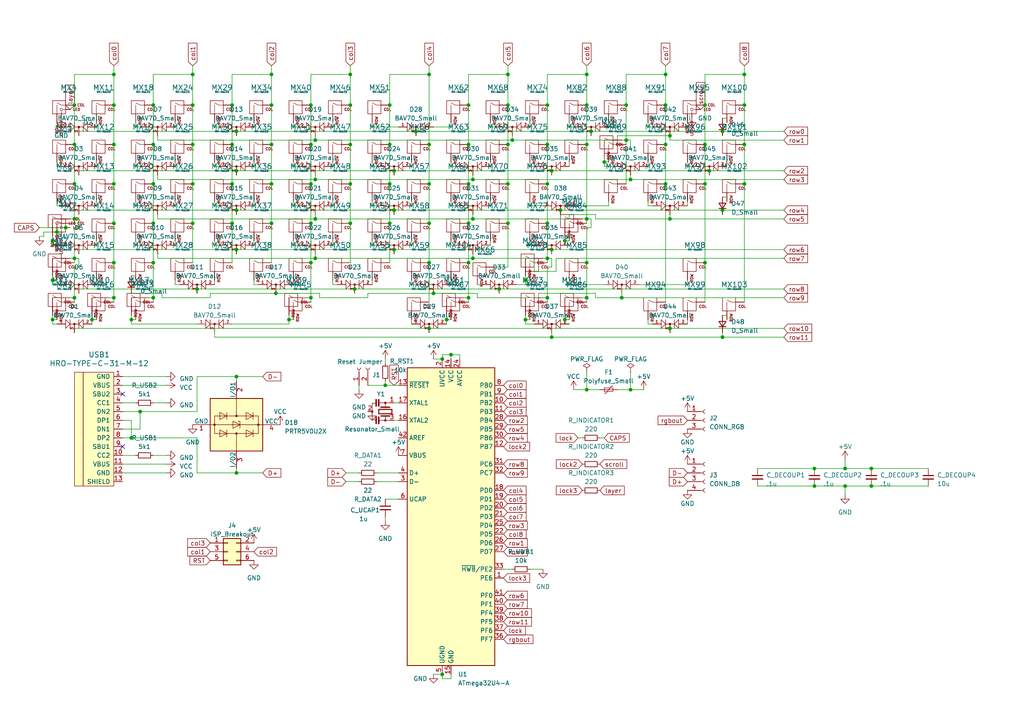
<source format=kicad_sch>
(kicad_sch (version 20211123) (generator eeschema)
  (paper "A4")
  (lib_symbols
    (symbol "Connector:Conn_01x02_Female" (pin_names (offset 1.016) hide)
      (property "Reference" "J" (at 0 2.54 0))
      (property "Value" "Conn_01x02_Female" (at 0 -5.08 0))
      (symbol "Conn_01x02_Female_1_1"
        (pin passive line (at -5.08 0 0) (length 3.81) (name "Pin_1") (number "1"))
        (pin passive line (at -5.08 -2.54 0) (length 3.81) (name "Pin_2") (number "2"))
      )
    )
    (symbol "Connector:Conn_01x03_Female" (pin_names (offset 1.016) hide)
      (property "Reference" "J" (at 0 5.08 0))
      (property "Value" "Conn_01x03_Female" (at 0 -5.08 0))
      (symbol "Conn_01x03_Female_1_1"
        (pin passive line (at -5.08 2.54 0) (length 3.81) (name "Pin_1") (number "1"))
        (pin passive line (at -5.08 0 0) (length 3.81) (name "Pin_2") (number "2"))
        (pin passive line (at -5.08 -2.54 0) (length 3.81) (name "Pin_3") (number "3"))
      )
    )
    (symbol "Connector:Conn_01x04_Female" (pin_names (offset 1.016) hide)
      (property "Reference" "J" (at 0 5.08 0))
      (property "Value" "Conn_01x04_Female" (at 0 -7.62 0))
      (symbol "Conn_01x04_Female_1_1"
        (pin passive line (at -5.08 2.54 0) (length 3.81) (name "Pin_1") (number "1"))
        (pin passive line (at -5.08 0 0) (length 3.81) (name "Pin_2") (number "2"))
        (pin passive line (at -5.08 -2.54 0) (length 3.81) (name "Pin_3") (number "3"))
        (pin passive line (at -5.08 -5.08 0) (length 3.81) (name "Pin_4") (number "4"))
      )
    )
    (symbol "Connector_Generic:Conn_02x03_Odd_Even" (pin_names (offset 1.016) hide)
      (property "Reference" "J" (at 1.27 5.08 0))
      (property "Value" "Conn_02x03_Odd_Even" (at 1.27 -5.08 0))
      (symbol "Conn_02x03_Odd_Even_1_1"
        (pin passive line (at -5.08 2.54 0) (length 3.81) (name "Pin_1") (number "1"))
        (pin passive line (at 7.62 2.54 180) (length 3.81) (name "Pin_2") (number "2"))
        (pin passive line (at -5.08 0 0) (length 3.81) (name "Pin_3") (number "3"))
        (pin passive line (at 7.62 0 180) (length 3.81) (name "Pin_4") (number "4"))
        (pin passive line (at -5.08 -2.54 0) (length 3.81) (name "Pin_5") (number "5"))
        (pin passive line (at 7.62 -2.54 180) (length 3.81) (name "Pin_6") (number "6"))
      )
    )
    (symbol "Device:C_Small" (pin_numbers hide) (pin_names (offset 0.254) hide)
      (property "Reference" "C" (at 0.254 1.778 0))
      (property "Value" "C_Small" (at 0.254 -2.032 0))
      (symbol "C_Small_1_1"
        (pin passive line (at 0 2.54 270) (length 2.032) (name "~") (number "1"))
        (pin passive line (at 0 -2.54 90) (length 2.032) (name "~") (number "2"))
      )
    )
    (symbol "Device:D_Small" (pin_numbers hide) (pin_names (offset 0.254) hide)
      (property "Reference" "D" (at -1.27 2.032 0))
      (property "Value" "D_Small" (at -3.81 -2.032 0))
      (symbol "D_Small_1_1"
        (pin passive line (at -2.54 0 0) (length 1.778) (name "K") (number "1"))
        (pin passive line (at 2.54 0 180) (length 1.778) (name "A") (number "2"))
      )
    )
    (symbol "Device:Polyfuse_Small" (pin_numbers hide) (pin_names (offset 0))
      (property "Reference" "F" (at -1.905 0 90))
      (property "Value" "Polyfuse_Small" (at 1.905 0 90))
      (symbol "Polyfuse_Small_1_1"
        (pin passive line (at 0 2.54 270) (length 0.635) (name "~") (number "1"))
        (pin passive line (at 0 -2.54 90) (length 0.635) (name "~") (number "2"))
      )
    )
    (symbol "Device:R_Small" (pin_numbers hide) (pin_names (offset 0.254) hide)
      (property "Reference" "R" (at 0.762 0.508 0))
      (property "Value" "R_Small" (at 0.762 -1.016 0))
      (symbol "R_Small_1_1"
        (pin passive line (at 0 2.54 270) (length 0.762) (name "~") (number "1"))
        (pin passive line (at 0 -2.54 90) (length 0.762) (name "~") (number "2"))
      )
    )
    (symbol "Device:Resonator_Small" (pin_names (offset 1.016) hide)
      (property "Reference" "Y" (at 3.175 1.905 0))
      (property "Value" "Resonator_Small" (at 3.175 0 0))
      (symbol "Resonator_Small_1_1"
        (pin passive line (at -2.54 2.54 270) (length 1.27) (name "1") (number "1"))
        (pin passive line (at 0 -5.08 90) (length 1.27) (name "2") (number "2"))
        (pin passive line (at 2.54 2.54 270) (length 1.27) (name "3") (number "3"))
      )
    )
    (symbol "FMKC_Parts:BAV70_Small" (pin_names (offset 0.762) hide)
      (property "Reference" "D" (at 0.635 -2.54 0))
      (property "Value" "BAV70_Small" (at 0 2.54 0))
      (symbol "BAV70_Small_1_1"
        (pin input line (at -5.08 0 0) (length 2.54) (name "A1") (number "1"))
        (pin input line (at 5.08 0 180) (length 2.54) (name "A2") (number "2"))
        (pin passive line (at 0 -2.54 90) (length 2.54) (name "K") (number "3"))
      )
    )
    (symbol "FMKC_Parts:HRO-TYPE-C-31-M-12" (pin_names (offset 1.016))
      (property "Reference" "USB" (at -5.08 16.51 0))
      (property "Value" "HRO-TYPE-C-31-M-12" (at -10.16 -1.27 90))
      (symbol "HRO-TYPE-C-31-M-12_1_1"
        (pin input line (at 2.54 13.97 180) (length 2.54) (name "GND") (number "1"))
        (pin input line (at 2.54 -8.89 180) (length 2.54) (name "CC2") (number "10"))
        (pin input line (at 2.54 -11.43 180) (length 2.54) (name "VBUS") (number "11"))
        (pin input line (at 2.54 -13.97 180) (length 2.54) (name "GND") (number "12"))
        (pin input line (at 2.54 -16.51 180) (length 2.54) (name "SHIELD") (number "13"))
        (pin input line (at 2.54 11.43 180) (length 2.54) (name "VBUS") (number "2"))
        (pin input line (at 2.54 8.89 180) (length 2.54) (name "SBU2") (number "3"))
        (pin input line (at 2.54 6.35 180) (length 2.54) (name "CC1") (number "4"))
        (pin input line (at 2.54 3.81 180) (length 2.54) (name "DN2") (number "5"))
        (pin input line (at 2.54 1.27 180) (length 2.54) (name "DP1") (number "6"))
        (pin input line (at 2.54 -1.27 180) (length 2.54) (name "DN1") (number "7"))
        (pin input line (at 2.54 -3.81 180) (length 2.54) (name "DP2") (number "8"))
        (pin input line (at 2.54 -6.35 180) (length 2.54) (name "SBU1") (number "9"))
      )
    )
    (symbol "FMKC_Parts:MX-LED" (pin_names (offset 1.016))
      (property "Reference" "MX" (at -0.635 3.81 0))
      (property "Value" "MX-LED" (at -0.635 1.27 0))
      (symbol "MX-LED_0_0"
        (text "COL" (at 5.715 1.27 0) (effects (font (size 0.762 0.762))))
        (text "LED" (at 4.445 0 0) (effects (font (size 0.762 0.762))))
        (text "ROW" (at -1.27 -4.445 900) (effects (font (size 0.762 0.762)) (justify right)))
      )
      (symbol "MX-LED_1_0"
        (text "LEDGND" (at 0 -3.175 900) (effects (font (size 0.762 0.762)) (justify right)))
      )
      (symbol "MX-LED_1_1"
        (pin passive line (at 3.81 1.27 180) (length 2.54) (name "COL") (number "1"))
        (pin passive line (at -1.27 -3.81 90) (length 2.54) (name "ROW") (number "2"))
        (pin input line (at 2.54 0 180) (length 1.27) (name "LED") (number "3"))
        (pin passive line (at 0 -2.54 90) (length 1.27) (name "LEDGND") (number "4"))
      )
    )
    (symbol "FMKC_Parts:MX-NoLED" (pin_names (offset 1.016))
      (property "Reference" "MX" (at -0.635 3.81 0))
      (property "Value" "MX-NoLED" (at -0.635 1.27 0))
      (symbol "MX-NoLED_0_0"
        (text "COL" (at 3.175 0 0) (effects (font (size 0.762 0.762))))
        (text "ROW" (at 0 -1.905 900) (effects (font (size 0.762 0.762)) (justify right)))
      )
      (symbol "MX-NoLED_1_1"
        (pin passive line (at 3.81 1.27 180) (length 2.54) (name "COL") (number "1"))
        (pin passive line (at -1.27 -3.81 90) (length 2.54) (name "ROW") (number "2"))
      )
    )
    (symbol "MCU_Microchip_ATmega:ATmega32U4-A"
      (property "Reference" "U" (at -12.7 44.45 0))
      (property "Value" "ATmega32U4-A" (at 2.54 -44.45 0))
      (symbol "ATmega32U4-A_1_1"
        (pin bidirectional line (at 15.24 -17.78 180) (length 2.54) (name "PE6") (number "1"))
        (pin bidirectional line (at 15.24 33.02 180) (length 2.54) (name "PB2") (number "10"))
        (pin bidirectional line (at 15.24 30.48 180) (length 2.54) (name "PB3") (number "11"))
        (pin bidirectional line (at 15.24 20.32 180) (length 2.54) (name "PB7") (number "12"))
        (pin input line (at -15.24 38.1 0) (length 2.54) (name "~{RESET}") (number "13"))
        (pin power_in line (at 0 45.72 270) (length 2.54) (name "VCC") (number "14"))
        (pin power_in line (at 0 -45.72 90) (length 2.54) (name "GND") (number "15"))
        (pin output line (at -15.24 27.94 0) (length 2.54) (name "XTAL2") (number "16"))
        (pin input line (at -15.24 33.02 0) (length 2.54) (name "XTAL1") (number "17"))
        (pin bidirectional line (at 15.24 7.62 180) (length 2.54) (name "PD0") (number "18"))
        (pin bidirectional line (at 15.24 5.08 180) (length 2.54) (name "PD1") (number "19"))
        (pin power_in line (at -2.54 45.72 270) (length 2.54) (name "UVCC") (number "2"))
        (pin bidirectional line (at 15.24 2.54 180) (length 2.54) (name "PD2") (number "20"))
        (pin bidirectional line (at 15.24 0 180) (length 2.54) (name "PD3") (number "21"))
        (pin bidirectional line (at 15.24 -5.08 180) (length 2.54) (name "PD5") (number "22"))
        (pin passive line (at 0 -45.72 90) (length 2.54) hide (name "GND") (number "23"))
        (pin power_in line (at 2.54 45.72 270) (length 2.54) (name "AVCC") (number "24"))
        (pin bidirectional line (at 15.24 -2.54 180) (length 2.54) (name "PD4") (number "25"))
        (pin bidirectional line (at 15.24 -7.62 180) (length 2.54) (name "PD6") (number "26"))
        (pin bidirectional line (at 15.24 -10.16 180) (length 2.54) (name "PD7") (number "27"))
        (pin bidirectional line (at 15.24 27.94 180) (length 2.54) (name "PB4") (number "28"))
        (pin bidirectional line (at 15.24 25.4 180) (length 2.54) (name "PB5") (number "29"))
        (pin bidirectional line (at -15.24 10.16 0) (length 2.54) (name "D-") (number "3"))
        (pin bidirectional line (at 15.24 22.86 180) (length 2.54) (name "PB6") (number "30"))
        (pin bidirectional line (at 15.24 15.24 180) (length 2.54) (name "PC6") (number "31"))
        (pin bidirectional line (at 15.24 12.7 180) (length 2.54) (name "PC7") (number "32"))
        (pin bidirectional line (at 15.24 -15.24 180) (length 2.54) (name "~{HWB}/PE2") (number "33"))
        (pin passive line (at 0 45.72 270) (length 2.54) hide (name "VCC") (number "34"))
        (pin passive line (at 0 -45.72 90) (length 2.54) hide (name "GND") (number "35"))
        (pin bidirectional line (at 15.24 -35.56 180) (length 2.54) (name "PF7") (number "36"))
        (pin bidirectional line (at 15.24 -33.02 180) (length 2.54) (name "PF6") (number "37"))
        (pin bidirectional line (at 15.24 -30.48 180) (length 2.54) (name "PF5") (number "38"))
        (pin bidirectional line (at 15.24 -27.94 180) (length 2.54) (name "PF4") (number "39"))
        (pin bidirectional line (at -15.24 12.7 0) (length 2.54) (name "D+") (number "4"))
        (pin bidirectional line (at 15.24 -25.4 180) (length 2.54) (name "PF1") (number "40"))
        (pin bidirectional line (at 15.24 -22.86 180) (length 2.54) (name "PF0") (number "41"))
        (pin passive line (at -15.24 22.86 0) (length 2.54) (name "AREF") (number "42"))
        (pin passive line (at 0 -45.72 90) (length 2.54) hide (name "GND") (number "43"))
        (pin passive line (at 2.54 45.72 270) (length 2.54) hide (name "AVCC") (number "44"))
        (pin passive line (at -2.54 -45.72 90) (length 2.54) (name "UGND") (number "5"))
        (pin passive line (at -15.24 5.08 0) (length 2.54) (name "UCAP") (number "6"))
        (pin input line (at -15.24 17.78 0) (length 2.54) (name "VBUS") (number "7"))
        (pin bidirectional line (at 15.24 38.1 180) (length 2.54) (name "PB0") (number "8"))
        (pin bidirectional line (at 15.24 35.56 180) (length 2.54) (name "PB1") (number "9"))
      )
    )
    (symbol "Power_Protection:PRTR5V0U2X" (pin_names (offset 0))
      (property "Reference" "D" (at 2.794 8.636 0))
      (property "Value" "PRTR5V0U2X" (at 8.128 -9.398 0))
      (symbol "PRTR5V0U2X_1_1"
        (pin passive line (at 0 -12.7 90) (length 5.08) (name "GND") (number "1"))
        (pin passive line (at -12.7 0 0) (length 5.08) (name "I/O1") (number "2"))
        (pin passive line (at 12.7 0 180) (length 5.08) (name "I/O2") (number "3"))
        (pin passive line (at 0 12.7 270) (length 5.08) (name "VCC") (number "4"))
      )
    )
    (symbol "power:+5V" (power) (pin_names (offset 0))
      (property "Value" "+5V" (at 0 3.556 0))
      (symbol "+5V_1_1"
        (pin power_in line (at 0 0 90) (length 0) hide (name "+5V") (number "1"))
      )
    )
    (symbol "power:GND" (power) (pin_names (offset 0))
      (property "Value" "GND" (at 0 -3.81 0))
      (symbol "GND_1_1"
        (pin power_in line (at 0 0 270) (length 0) hide (name "GND") (number "1"))
      )
    )
    (symbol "power:PWR_FLAG" (power) (pin_numbers hide) (pin_names (offset 0) hide)
      (property "Value" "PWR_FLAG" (at 0 3.81 0))
      (symbol "PWR_FLAG_0_0"
        (pin power_out line (at 0 0 90) (length 0) (name "pwr") (number "1"))
      )
    )
    (symbol "power:VCC" (power) (pin_names (offset 0))
      (property "Value" "VCC" (at 0 3.81 0))
      (symbol "VCC_1_1"
        (pin power_in line (at 0 0 90) (length 0) hide (name "VCC") (number "1"))
      )
    )
  )
  (junction (at 147.32 53.34) (diameter 0.9144))
  (junction (at 90.17 76.2) (diameter 0.9144))
  (junction (at 215.9 21.59) (diameter 0.9144))
  (junction (at 90.17 53.34) (diameter 0.9144))
  (junction (at 160.02 97.79) (diameter 0.9144))
  (junction (at 135.89 30.48) (diameter 0.9144))
  (junction (at 236.22 140.97) (diameter 0.9144))
  (junction (at 194.31 39.37) (diameter 0.9144))
  (junction (at 68.58 38.1) (diameter 0.9144))
  (junction (at 67.31 53.34) (diameter 0.9144))
  (junction (at 170.18 113.03) (diameter 0.9144))
  (junction (at 236.22 135.89) (diameter 0.9144))
  (junction (at 21.59 41.91) (diameter 0.9144))
  (junction (at 182.88 113.03) (diameter 0.9144))
  (junction (at 33.02 53.34) (diameter 0.9144))
  (junction (at 83.82 92.71) (diameter 0.9144))
  (junction (at 170.18 86.36) (diameter 0.9144))
  (junction (at 182.88 52.07) (diameter 0.9144))
  (junction (at 204.47 41.91) (diameter 0.9144))
  (junction (at 44.45 53.34) (diameter 0.9144))
  (junction (at 124.46 41.91) (diameter 0.9144))
  (junction (at 111.76 111.76) (diameter 0.9144))
  (junction (at 114.3 60.96) (diameter 0.9144))
  (junction (at 158.75 86.36) (diameter 0.9144))
  (junction (at 91.44 74.93) (diameter 0.9144))
  (junction (at 55.88 21.59) (diameter 0.9144))
  (junction (at 135.89 41.91) (diameter 0.9144))
  (junction (at 68.58 49.53) (diameter 0.9144))
  (junction (at 55.88 64.77) (diameter 0.9144))
  (junction (at 114.3 49.53) (diameter 0.9144))
  (junction (at 148.59 40.64) (diameter 0.9144))
  (junction (at 80.01 85.09) (diameter 0.9144))
  (junction (at 78.74 53.34) (diameter 0.9144))
  (junction (at 193.04 21.59) (diameter 0.9144))
  (junction (at 26.67 92.71) (diameter 0.9144))
  (junction (at 147.32 30.48) (diameter 0.9144))
  (junction (at 67.31 41.91) (diameter 0.9144))
  (junction (at 55.88 53.34) (diameter 0.9144))
  (junction (at 113.03 53.34) (diameter 0.9144))
  (junction (at 215.9 53.34) (diameter 0.9144))
  (junction (at 90.17 30.48) (diameter 0.9144))
  (junction (at 194.31 95.25) (diameter 0.9144))
  (junction (at 130.81 102.87) (diameter 0.9144))
  (junction (at 135.89 53.34) (diameter 0.9144))
  (junction (at 114.3 72.39) (diameter 0.9144))
  (junction (at 124.46 53.34) (diameter 0.9144))
  (junction (at 91.44 40.64) (diameter 0.9144))
  (junction (at 120.65 38.1) (diameter 0.9144))
  (junction (at 124.46 95.25) (diameter 0.9144))
  (junction (at 21.59 86.36) (diameter 0.9144))
  (junction (at 57.15 83.82) (diameter 0.9144))
  (junction (at 128.27 195.58))
  (junction (at 101.6 41.91) (diameter 0.9144))
  (junction (at 170.18 76.2) (diameter 0.9144))
  (junction (at 158.75 41.91) (diameter 0.9144))
  (junction (at 15.24 92.71) (diameter 0.9144))
  (junction (at 113.03 41.91) (diameter 0.9144))
  (junction (at 21.59 63.5) (diameter 0.9144))
  (junction (at 129.54 92.71) (diameter 0.9144))
  (junction (at 194.31 63.5) (diameter 0.9144))
  (junction (at 158.75 74.93) (diameter 0.9144))
  (junction (at 170.18 21.59) (diameter 0.9144))
  (junction (at 113.03 30.48) (diameter 0.9144))
  (junction (at 55.88 41.91) (diameter 0.9144))
  (junction (at 204.47 53.34) (diameter 0.9144))
  (junction (at 152.4 92.71) (diameter 0.9144))
  (junction (at 101.6 30.48) (diameter 0.9144))
  (junction (at 205.74 49.53) (diameter 0.9144))
  (junction (at 44.45 41.91) (diameter 0.9144))
  (junction (at 158.75 30.48) (diameter 0.9144))
  (junction (at 90.17 86.36) (diameter 0.9144))
  (junction (at 181.61 30.48) (diameter 0.9144))
  (junction (at 44.45 64.77) (diameter 0.9144))
  (junction (at 16.51 67.31) (diameter 0.9144))
  (junction (at 21.59 30.48) (diameter 0.9144))
  (junction (at 15.24 69.85) (diameter 0.9144))
  (junction (at 33.02 64.77) (diameter 0.9144))
  (junction (at 245.11 140.97) (diameter 0.9144))
  (junction (at 101.6 64.77) (diameter 0.9144))
  (junction (at 33.02 86.36) (diameter 0.9144))
  (junction (at 147.32 21.59) (diameter 0.9144))
  (junction (at 91.44 52.07) (diameter 0.9144))
  (junction (at 135.89 76.2) (diameter 0.9144))
  (junction (at 78.74 64.77) (diameter 0.9144))
  (junction (at 193.04 30.48) (diameter 0.9144))
  (junction (at 55.88 30.48) (diameter 0.9144))
  (junction (at 44.45 86.36) (diameter 0.9144))
  (junction (at 147.32 41.91) (diameter 0.9144))
  (junction (at 125.73 85.09) (diameter 0.9144))
  (junction (at 90.17 64.77) (diameter 0.9144))
  (junction (at 163.83 69.85) (diameter 0.9144))
  (junction (at 128.27 104.14))
  (junction (at 15.24 81.28) (diameter 0.9144))
  (junction (at 171.45 38.1) (diameter 0.9144))
  (junction (at 33.02 30.48) (diameter 0.9144))
  (junction (at 135.89 64.77) (diameter 0.9144))
  (junction (at 160.02 49.53) (diameter 0.9144))
  (junction (at 124.46 64.77) (diameter 0.9144))
  (junction (at 102.87 83.82) (diameter 0.9144))
  (junction (at 170.18 63.5) (diameter 0.9144))
  (junction (at 91.44 63.5) (diameter 0.9144))
  (junction (at 40.64 119.38) (diameter 0.9144))
  (junction (at 160.02 72.39) (diameter 0.9144))
  (junction (at 19.05 66.04) (diameter 0.9144))
  (junction (at 44.45 30.48) (diameter 0.9144))
  (junction (at 67.31 64.77) (diameter 0.9144))
  (junction (at 135.89 86.36) (diameter 0.9144))
  (junction (at 204.47 76.2) (diameter 0.9144))
  (junction (at 163.83 92.71) (diameter 0.9144))
  (junction (at 158.75 64.77) (diameter 0.9144))
  (junction (at 209.55 97.79) (diameter 0.9144))
  (junction (at 215.9 41.91) (diameter 0.9144))
  (junction (at 78.74 41.91) (diameter 0.9144))
  (junction (at 78.74 30.48) (diameter 0.9144))
  (junction (at 215.9 30.48) (diameter 0.9144))
  (junction (at 33.02 21.59) (diameter 0.9144))
  (junction (at 113.03 64.77) (diameter 0.9144))
  (junction (at 137.16 74.93) (diameter 0.9144))
  (junction (at 101.6 21.59) (diameter 0.9144))
  (junction (at 144.78 83.82) (diameter 0.9144))
  (junction (at 21.59 74.93) (diameter 0.9144))
  (junction (at 209.55 38.1) (diameter 0.9144))
  (junction (at 21.59 53.34) (diameter 0.9144))
  (junction (at 68.58 137.16) (diameter 0.9144))
  (junction (at 90.17 41.91) (diameter 0.9144))
  (junction (at 124.46 21.59) (diameter 0.9144))
  (junction (at 147.32 64.77) (diameter 0.9144))
  (junction (at 68.58 72.39) (diameter 0.9144))
  (junction (at 68.58 60.96) (diameter 0.9144))
  (junction (at 252.73 140.97) (diameter 0.9144))
  (junction (at 68.58 109.22) (diameter 0.9144))
  (junction (at 44.45 76.2) (diameter 0.9144))
  (junction (at 38.1 127) (diameter 0.9144))
  (junction (at 162.56 60.96) (diameter 0.9144))
  (junction (at 245.11 135.89) (diameter 0.9144))
  (junction (at 38.1 92.71) (diameter 0.9144))
  (junction (at 124.46 76.2) (diameter 0.9144))
  (junction (at 33.02 41.91) (diameter 0.9144))
  (junction (at 170.18 30.48) (diameter 0.9144))
  (junction (at 175.26 46.99) (diameter 0.9144))
  (junction (at 180.34 86.36) (diameter 0.9144))
  (junction (at 204.47 30.48) (diameter 0.9144))
  (junction (at 158.75 53.34) (diameter 0.9144))
  (junction (at 33.02 76.2) (diameter 0.9144))
  (junction (at 181.61 40.64) (diameter 0.9144))
  (junction (at 252.73 135.89) (diameter 0.9144))
  (junction (at 152.4 81.28) (diameter 0.9144))
  (junction (at 78.74 21.59) (diameter 0.9144))
  (junction (at 101.6 53.34) (diameter 0.9144))
  (junction (at 137.16 52.07) (diameter 0.9144))
  (junction (at 193.04 41.91) (diameter 0.9144))
  (junction (at 137.16 63.5) (diameter 0.9144))
  (junction (at 193.04 53.34) (diameter 0.9144))
  (junction (at 209.55 60.96) (diameter 0.9144))
  (junction (at 170.18 41.91) (diameter 0.9144))
  (junction (at 67.31 30.48) (diameter 0.9144))
  (no_connect (at 35.56 114.3))
  (no_connect (at 35.56 129.54))
  (wire (pts (xy 209.55 57.15) (xy 210.82 57.15)))
  (wire (pts (xy 210.82 57.15) (xy 210.82 58.42)))
  (wire (pts (xy 125.73 195.58) (xy 128.27 195.58)))
  (wire (pts (xy 96.52 82.55) (xy 97.79 82.55)))
  (wire (pts (xy 170.18 30.48) (xy 170.18 41.91)))
  (wire (pts (xy 38.1 92.71) (xy 38.1 93.98)))
  (wire (pts (xy 38.1 93.98) (xy 57.15 93.98)))
  (wire (pts (xy 35.56 111.76) (xy 48.26 111.76)))
  (wire (pts (xy 12.7 67.31) (xy 12.7 68.58)))
  (wire (pts (xy 12.7 67.31) (xy 16.51 67.31)))
  (wire (pts (xy 12.7 68.58) (xy 11.43 68.58)))
  (wire (pts (xy 40.64 119.38) (xy 57.15 119.38)))
  (wire (pts (xy 57.15 109.22) (xy 68.58 109.22)))
  (wire (pts (xy 57.15 119.38) (xy 57.15 109.22)))
  (wire (pts (xy 68.58 109.22) (xy 76.2 109.22)))
  (wire (pts (xy 125.73 104.14) (xy 128.27 104.14)))
  (wire (pts (xy 167.64 127) (xy 168.91 127)))
  (wire (pts (xy 173.99 127) (xy 175.26 127)))
  (wire (pts (xy 157.48 86.36) (xy 158.75 86.36)))
  (wire (pts (xy 158.75 86.36) (xy 158.75 87.63)))
  (wire (pts (xy 130.81 102.87) (xy 133.35 102.87)))
  (wire (pts (xy 133.35 102.87) (xy 133.35 104.14)))
  (wire (pts (xy 68.58 60.96) (xy 114.3 60.96)))
  (wire (pts (xy 114.3 60.96) (xy 114.3 62.23)))
  (wire (pts (xy 160.02 97.79) (xy 160.02 96.52)))
  (wire (pts (xy 209.55 96.52) (xy 209.55 97.79)))
  (wire (pts (xy 96.52 69.85) (xy 96.52 71.12)))
  (wire (pts (xy 96.52 58.42) (xy 96.52 59.69)))
  (wire (pts (xy 170.18 66.04) (xy 171.45 66.04)))
  (wire (pts (xy 170.18 76.2) (xy 170.18 66.04)))
  (wire (pts (xy 170.18 86.36) (xy 170.18 76.2)))
  (wire (pts (xy 171.45 63.5) (xy 170.18 63.5)))
  (wire (pts (xy 171.45 66.04) (xy 171.45 63.5)))
  (wire (pts (xy 50.8 81.28) (xy 50.8 82.55)))
  (wire (pts (xy 33.02 30.48) (xy 33.02 41.91)))
  (wire (pts (xy 33.02 41.91) (xy 33.02 53.34)))
  (wire (pts (xy 33.02 53.34) (xy 33.02 64.77)))
  (wire (pts (xy 33.02 64.77) (xy 33.02 76.2)))
  (wire (pts (xy 33.02 76.2) (xy 33.02 86.36)))
  (wire (pts (xy 68.58 135.89) (xy 68.58 137.16)))
  (wire (pts (xy 167.64 59.69) (xy 176.53 59.69)))
  (wire (pts (xy 176.53 58.42) (xy 176.53 59.69)))
  (wire (pts (xy 35.56 137.16) (xy 48.26 137.16)))
  (wire (pts (xy 163.83 69.85) (xy 163.83 71.12)))
  (wire (pts (xy 163.83 71.12) (xy 165.1 71.12)))
  (wire (pts (xy 21.59 63.5) (xy 22.86 63.5)))
  (wire (pts (xy 21.59 66.04) (xy 22.86 66.04)))
  (wire (pts (xy 21.59 74.93) (xy 21.59 66.04)))
  (wire (pts (xy 22.86 66.04) (xy 22.86 63.5)))
  (wire (pts (xy 160.02 72.39) (xy 227.33 72.39)))
  (wire (pts (xy 180.34 85.09) (xy 180.34 86.36)))
  (wire (pts (xy 119.38 82.55) (xy 120.65 82.55)))
  (wire (pts (xy 67.31 93.98) (xy 83.82 93.98)))
  (wire (pts (xy 83.82 93.98) (xy 83.82 92.71)))
  (wire (pts (xy 68.58 49.53) (xy 68.58 50.8)))
  (wire (pts (xy 114.3 49.53) (xy 68.58 49.53)))
  (wire (pts (xy 15.24 69.85) (xy 15.24 71.12)))
  (wire (pts (xy 15.24 71.12) (xy 17.78 71.12)))
  (wire (pts (xy 20.32 86.36) (xy 21.59 86.36)))
  (wire (pts (xy 21.59 86.36) (xy 21.59 87.63)))
  (wire (pts (xy 179.07 113.03) (xy 182.88 113.03)))
  (wire (pts (xy 107.95 58.42) (xy 107.95 59.69)))
  (wire (pts (xy 107.95 59.69) (xy 109.22 59.69)))
  (wire (pts (xy 124.46 19.05) (xy 124.46 21.59)))
  (wire (pts (xy 124.46 21.59) (xy 124.46 41.91)))
  (wire (pts (xy 62.23 58.42) (xy 62.23 59.69)))
  (wire (pts (xy 62.23 59.69) (xy 63.5 59.69)))
  (wire (pts (xy 187.96 46.99) (xy 187.96 48.26)))
  (wire (pts (xy 129.54 92.71) (xy 129.54 93.98)))
  (wire (pts (xy 44.45 30.48) (xy 44.45 41.91)))
  (wire (pts (xy 44.45 41.91) (xy 44.45 53.34)))
  (wire (pts (xy 44.45 53.34) (xy 44.45 64.77)))
  (wire (pts (xy 44.45 64.77) (xy 44.45 76.2)))
  (wire (pts (xy 44.45 76.2) (xy 44.45 86.36)))
  (wire (pts (xy 148.59 40.64) (xy 179.07 40.64)))
  (wire (pts (xy 179.07 39.37) (xy 194.31 39.37)))
  (wire (pts (xy 179.07 40.64) (xy 179.07 39.37)))
  (wire (pts (xy 68.58 109.22) (xy 68.58 110.49)))
  (wire (pts (xy 21.59 21.59) (xy 21.59 30.48)))
  (wire (pts (xy 21.59 30.48) (xy 21.59 41.91)))
  (wire (pts (xy 33.02 21.59) (xy 21.59 21.59)))
  (wire (pts (xy 199.39 58.42) (xy 199.39 59.69)))
  (wire (pts (xy 50.8 69.85) (xy 50.8 71.12)))
  (wire (pts (xy 15.24 92.71) (xy 15.24 93.98)))
  (wire (pts (xy 15.24 93.98) (xy 16.51 93.98)))
  (wire (pts (xy 27.94 69.85) (xy 27.94 71.12)))
  (wire (pts (xy 120.65 38.1) (xy 120.65 39.37)))
  (wire (pts (xy 171.45 38.1) (xy 120.65 38.1)))
  (wire (pts (xy 45.72 74.93) (xy 45.72 73.66)))
  (wire (pts (xy 91.44 74.93) (xy 45.72 74.93)))
  (wire (pts (xy 35.56 109.22) (xy 48.26 109.22)))
  (wire (pts (xy 16.51 58.42) (xy 16.51 59.69)))
  (wire (pts (xy 16.51 59.69) (xy 17.78 59.69)))
  (wire (pts (xy 152.4 92.71) (xy 152.4 93.98)))
  (wire (pts (xy 152.4 93.98) (xy 154.94 93.98)))
  (wire (pts (xy 43.18 86.36) (xy 44.45 86.36)))
  (wire (pts (xy 44.45 86.36) (xy 44.45 87.63)))
  (wire (pts (xy 138.43 85.09) (xy 125.73 85.09)))
  (wire (pts (xy 138.43 86.36) (xy 138.43 85.09)))
  (wire (pts (xy 156.21 85.09) (xy 156.21 86.36)))
  (wire (pts (xy 156.21 86.36) (xy 138.43 86.36)))
  (wire (pts (xy 172.72 85.09) (xy 156.21 85.09)))
  (wire (pts (xy 172.72 86.36) (xy 172.72 85.09)))
  (wire (pts (xy 180.34 86.36) (xy 172.72 86.36)))
  (wire (pts (xy 204.47 41.91) (xy 204.47 53.34)))
  (wire (pts (xy 204.47 53.34) (xy 204.47 76.2)))
  (wire (pts (xy 204.47 76.2) (xy 204.47 87.63)))
  (wire (pts (xy 102.87 83.82) (xy 144.78 83.82)))
  (wire (pts (xy 209.55 60.96) (xy 227.33 60.96)))
  (wire (pts (xy 96.52 46.99) (xy 96.52 48.26)))
  (wire (pts (xy 152.4 91.44) (xy 152.4 92.71)))
  (wire (pts (xy 152.4 92.71) (xy 153.67 92.71)))
  (wire (pts (xy 16.51 46.99) (xy 16.51 48.26)))
  (wire (pts (xy 16.51 48.26) (xy 17.78 48.26)))
  (wire (pts (xy 26.67 92.71) (xy 26.67 93.98)))
  (wire (pts (xy 15.24 68.58) (xy 15.24 69.85)))
  (wire (pts (xy 15.24 69.85) (xy 16.51 69.85)))
  (wire (pts (xy 170.18 107.95) (xy 170.18 113.03)))
  (wire (pts (xy 107.95 46.99) (xy 107.95 48.26)))
  (wire (pts (xy 107.95 48.26) (xy 109.22 48.26)))
  (wire (pts (xy 96.52 81.28) (xy 96.52 82.55)))
  (wire (pts (xy 181.61 21.59) (xy 181.61 30.48)))
  (wire (pts (xy 193.04 21.59) (xy 181.61 21.59)))
  (wire (pts (xy 193.04 30.48) (xy 193.04 21.59)))
  (wire (pts (xy 15.24 91.44) (xy 15.24 92.71)))
  (wire (pts (xy 15.24 92.71) (xy 16.51 92.71)))
  (wire (pts (xy 45.72 63.5) (xy 45.72 62.23)))
  (wire (pts (xy 91.44 63.5) (xy 45.72 63.5)))
  (wire (pts (xy 22.86 83.82) (xy 22.86 85.09)))
  (wire (pts (xy 57.15 83.82) (xy 22.86 83.82)))
  (wire (pts (xy 57.15 85.09) (xy 57.15 83.82)))
  (wire (pts (xy 90.17 30.48) (xy 90.17 41.91)))
  (wire (pts (xy 90.17 41.91) (xy 90.17 53.34)))
  (wire (pts (xy 90.17 53.34) (xy 90.17 64.77)))
  (wire (pts (xy 90.17 64.77) (xy 90.17 76.2)))
  (wire (pts (xy 90.17 76.2) (xy 90.17 86.36)))
  (wire (pts (xy 162.56 60.96) (xy 209.55 60.96)))
  (wire (pts (xy 209.55 60.96) (xy 209.55 62.23)))
  (wire (pts (xy 91.44 52.07) (xy 137.16 52.07)))
  (wire (pts (xy 137.16 52.07) (xy 137.16 50.8)))
  (wire (pts (xy 185.42 82.55) (xy 199.39 82.55)))
  (wire (pts (xy 199.39 82.55) (xy 199.39 81.28)))
  (wire (pts (xy 62.23 35.56) (xy 62.23 36.83)))
  (wire (pts (xy 62.23 36.83) (xy 63.5 36.83)))
  (wire (pts (xy 193.04 19.05) (xy 193.04 21.59)))
  (wire (pts (xy 85.09 58.42) (xy 85.09 59.69)))
  (wire (pts (xy 85.09 59.69) (xy 86.36 59.69)))
  (wire (pts (xy 153.67 46.99) (xy 153.67 48.26)))
  (wire (pts (xy 153.67 48.26) (xy 154.94 48.26)))
  (wire (pts (xy 91.44 63.5) (xy 91.44 62.23)))
  (wire (pts (xy 137.16 63.5) (xy 91.44 63.5)))
  (wire (pts (xy 187.96 35.56) (xy 187.96 36.83)))
  (wire (pts (xy 187.96 36.83) (xy 189.23 36.83)))
  (wire (pts (xy 209.55 34.29) (xy 210.82 34.29)))
  (wire (pts (xy 210.82 34.29) (xy 210.82 35.56)))
  (wire (pts (xy 39.37 58.42) (xy 39.37 59.69)))
  (wire (pts (xy 39.37 59.69) (xy 40.64 59.69)))
  (wire (pts (xy 35.56 132.08) (xy 39.37 132.08)))
  (wire (pts (xy 44.45 132.08) (xy 48.26 132.08)))
  (wire (pts (xy 113.03 30.48) (xy 113.03 41.91)))
  (wire (pts (xy 113.03 41.91) (xy 113.03 53.34)))
  (wire (pts (xy 113.03 53.34) (xy 113.03 64.77)))
  (wire (pts (xy 113.03 64.77) (xy 113.03 76.2)))
  (wire (pts (xy 163.83 69.85) (xy 163.83 68.58)))
  (wire (pts (xy 165.1 69.85) (xy 163.83 69.85)))
  (wire (pts (xy 73.66 82.55) (xy 74.93 82.55)))
  (wire (pts (xy 168.91 86.36) (xy 170.18 86.36)))
  (wire (pts (xy 170.18 86.36) (xy 170.18 87.63)))
  (wire (pts (xy 67.31 21.59) (xy 67.31 30.48)))
  (wire (pts (xy 78.74 21.59) (xy 67.31 21.59)))
  (wire (pts (xy 215.9 19.05) (xy 215.9 21.59)))
  (wire (pts (xy 187.96 58.42) (xy 187.96 59.69)))
  (wire (pts (xy 187.96 59.69) (xy 189.23 59.69)))
  (wire (pts (xy 22.86 49.53) (xy 22.86 50.8)))
  (wire (pts (xy 68.58 49.53) (xy 22.86 49.53)))
  (wire (pts (xy 68.58 72.39) (xy 114.3 72.39)))
  (wire (pts (xy 114.3 72.39) (xy 114.3 73.66)))
  (wire (pts (xy 73.66 81.28) (xy 73.66 82.55)))
  (wire (pts (xy 119.38 81.28) (xy 119.38 82.55)))
  (wire (pts (xy 119.38 58.42) (xy 119.38 59.69)))
  (wire (pts (xy 92.71 85.09) (xy 80.01 85.09)))
  (wire (pts (xy 92.71 86.36) (xy 92.71 85.09)))
  (wire (pts (xy 106.68 85.09) (xy 106.68 86.36)))
  (wire (pts (xy 106.68 86.36) (xy 92.71 86.36)))
  (wire (pts (xy 125.73 85.09) (xy 106.68 85.09)))
  (wire (pts (xy 165.1 46.99) (xy 165.1 48.26)))
  (wire (pts (xy 62.23 69.85) (xy 62.23 71.12)))
  (wire (pts (xy 62.23 71.12) (xy 63.5 71.12)))
  (wire (pts (xy 146.05 165.1) (xy 148.59 165.1)))
  (wire (pts (xy 153.67 165.1) (xy 157.48 165.1)))
  (wire (pts (xy 134.62 86.36) (xy 135.89 86.36)))
  (wire (pts (xy 135.89 86.36) (xy 135.89 87.63)))
  (wire (pts (xy 31.75 86.36) (xy 33.02 86.36)))
  (wire (pts (xy 33.02 86.36) (xy 33.02 87.63)))
  (wire (pts (xy 104.14 111.76) (xy 104.14 113.03)))
  (wire (pts (xy 114.3 49.53) (xy 114.3 50.8)))
  (wire (pts (xy 160.02 49.53) (xy 114.3 49.53)))
  (wire (pts (xy 78.74 30.48) (xy 78.74 41.91)))
  (wire (pts (xy 78.74 41.91) (xy 78.74 53.34)))
  (wire (pts (xy 78.74 53.34) (xy 78.74 64.77)))
  (wire (pts (xy 78.74 64.77) (xy 78.74 76.2)))
  (wire (pts (xy 50.8 82.55) (xy 52.07 82.55)))
  (wire (pts (xy 166.37 113.03) (xy 170.18 113.03)))
  (wire (pts (xy 157.48 74.93) (xy 158.75 74.93)))
  (wire (pts (xy 158.75 74.93) (xy 158.75 76.2)))
  (wire (pts (xy 35.56 134.62) (xy 48.26 134.62)))
  (wire (pts (xy 130.81 46.99) (xy 130.81 48.26)))
  (wire (pts (xy 130.81 48.26) (xy 132.08 48.26)))
  (wire (pts (xy 137.16 52.07) (xy 182.88 52.07)))
  (wire (pts (xy 182.88 52.07) (xy 182.88 50.8)))
  (wire (pts (xy 171.45 38.1) (xy 171.45 39.37)))
  (wire (pts (xy 209.55 38.1) (xy 171.45 38.1)))
  (wire (pts (xy 209.55 39.37) (xy 209.55 38.1)))
  (wire (pts (xy 50.8 58.42) (xy 50.8 59.69)))
  (wire (pts (xy 55.88 19.05) (xy 55.88 21.59)))
  (wire (pts (xy 55.88 21.59) (xy 55.88 30.48)))
  (wire (pts (xy 106.68 119.38) (xy 107.95 119.38)))
  (wire (pts (xy 158.75 21.59) (xy 170.18 21.59)))
  (wire (pts (xy 158.75 30.48) (xy 158.75 21.59)))
  (wire (pts (xy 130.81 58.42) (xy 130.81 59.69)))
  (wire (pts (xy 130.81 59.69) (xy 132.08 59.69)))
  (wire (pts (xy 15.24 81.28) (xy 15.24 82.55)))
  (wire (pts (xy 15.24 82.55) (xy 17.78 82.55)))
  (wire (pts (xy 158.75 30.48) (xy 158.75 41.91)))
  (wire (pts (xy 158.75 41.91) (xy 158.75 53.34)))
  (wire (pts (xy 158.75 53.34) (xy 158.75 64.77)))
  (wire (pts (xy 158.75 64.77) (xy 158.75 74.93)))
  (wire (pts (xy 209.55 91.44) (xy 210.82 91.44)))
  (wire (pts (xy 210.82 91.44) (xy 210.82 92.71)))
  (wire (pts (xy 73.66 35.56) (xy 73.66 36.83)))
  (wire (pts (xy 181.61 40.64) (xy 182.88 40.64)))
  (wire (pts (xy 181.61 43.18) (xy 182.88 43.18)))
  (wire (pts (xy 181.61 53.34) (xy 181.61 43.18)))
  (wire (pts (xy 182.88 43.18) (xy 182.88 40.64)))
  (wire (pts (xy 182.88 52.07) (xy 227.33 52.07)))
  (wire (pts (xy 138.43 82.55) (xy 139.7 82.55)))
  (wire (pts (xy 199.39 35.56) (xy 199.39 36.83)))
  (wire (pts (xy 38.1 80.01) (xy 39.37 80.01)))
  (wire (pts (xy 39.37 80.01) (xy 39.37 81.28)))
  (wire (pts (xy 106.68 111.76) (xy 111.76 111.76)))
  (wire (pts (xy 163.83 92.71) (xy 163.83 93.98)))
  (wire (pts (xy 163.83 93.98) (xy 165.1 93.98)))
  (wire (pts (xy 245.11 140.97) (xy 245.11 143.51)))
  (wire (pts (xy 85.09 69.85) (xy 85.09 71.12)))
  (wire (pts (xy 85.09 71.12) (xy 86.36 71.12)))
  (wire (pts (xy 27.94 35.56) (xy 27.94 36.83)))
  (wire (pts (xy 88.9 86.36) (xy 90.17 86.36)))
  (wire (pts (xy 90.17 86.36) (xy 90.17 87.63)))
  (wire (pts (xy 165.1 81.28) (xy 165.1 82.55)))
  (wire (pts (xy 165.1 82.55) (xy 175.26 82.55)))
  (wire (pts (xy 62.23 97.79) (xy 160.02 97.79)))
  (wire (pts (xy 160.02 97.79) (xy 209.55 97.79)))
  (wire (pts (xy 209.55 97.79) (xy 227.33 97.79)))
  (wire (pts (xy 143.51 77.47) (xy 147.32 77.47)))
  (wire (pts (xy 147.32 77.47) (xy 147.32 64.77)))
  (wire (pts (xy 163.83 91.44) (xy 163.83 92.71)))
  (wire (pts (xy 163.83 92.71) (xy 165.1 92.71)))
  (wire (pts (xy 199.39 92.71) (xy 199.39 93.98)))
  (wire (pts (xy 96.52 35.56) (xy 96.52 36.83)))
  (wire (pts (xy 11.43 66.04) (xy 19.05 66.04)))
  (wire (pts (xy 153.67 69.85) (xy 153.67 71.12)))
  (wire (pts (xy 153.67 71.12) (xy 154.94 71.12)))
  (wire (pts (xy 160.02 49.53) (xy 160.02 50.8)))
  (wire (pts (xy 205.74 49.53) (xy 160.02 49.53)))
  (wire (pts (xy 205.74 50.8) (xy 205.74 49.53)))
  (wire (pts (xy 180.34 86.36) (xy 227.33 86.36)))
  (wire (pts (xy 125.73 36.83) (xy 130.81 36.83)))
  (wire (pts (xy 130.81 36.83) (xy 130.81 35.56)))
  (wire (pts (xy 39.37 69.85) (xy 39.37 71.12)))
  (wire (pts (xy 39.37 71.12) (xy 40.64 71.12)))
  (wire (pts (xy 20.32 63.5) (xy 21.59 63.5)))
  (wire (pts (xy 21.59 63.5) (xy 21.59 64.77)))
  (wire (pts (xy 107.95 81.28) (xy 107.95 82.55)))
  (wire (pts (xy 85.09 81.28) (xy 85.09 82.55)))
  (wire (pts (xy 152.4 81.28) (xy 152.4 82.55)))
  (wire (pts (xy 152.4 82.55) (xy 149.86 82.55)))
  (wire (pts (xy 194.31 95.25) (xy 227.33 95.25)))
  (wire (pts (xy 144.78 83.82) (xy 227.33 83.82)))
  (wire (pts (xy 144.78 85.09) (xy 144.78 83.82)))
  (wire (pts (xy 193.04 30.48) (xy 193.04 41.91)))
  (wire (pts (xy 193.04 41.91) (xy 193.04 53.34)))
  (wire (pts (xy 193.04 53.34) (xy 193.04 87.63)))
  (wire (pts (xy 153.67 59.69) (xy 153.67 58.42)))
  (wire (pts (xy 170.18 113.03) (xy 173.99 113.03)))
  (wire (pts (xy 100.33 137.16) (xy 104.14 137.16)))
  (wire (pts (xy 109.22 137.16) (xy 115.57 137.16)))
  (wire (pts (xy 62.23 97.79) (xy 62.23 96.52)))
  (wire (pts (xy 168.91 63.5) (xy 170.18 63.5)))
  (wire (pts (xy 170.18 63.5) (xy 170.18 64.77)))
  (wire (pts (xy 35.56 116.84) (xy 39.37 116.84)))
  (wire (pts (xy 44.45 116.84) (xy 48.26 116.84)))
  (wire (pts (xy 38.1 85.09) (xy 46.99 85.09)))
  (wire (pts (xy 46.99 86.36) (xy 46.99 85.09)))
  (wire (pts (xy 60.96 85.09) (xy 60.96 86.36)))
  (wire (pts (xy 60.96 86.36) (xy 46.99 86.36)))
  (wire (pts (xy 80.01 85.09) (xy 60.96 85.09)))
  (wire (pts (xy 39.37 46.99) (xy 39.37 48.26)))
  (wire (pts (xy 39.37 48.26) (xy 40.64 48.26)))
  (wire (pts (xy 114.3 72.39) (xy 160.02 72.39)))
  (wire (pts (xy 160.02 72.39) (xy 160.02 73.66)))
  (wire (pts (xy 165.1 35.56) (xy 165.1 36.83)))
  (wire (pts (xy 165.1 36.83) (xy 166.37 36.83)))
  (wire (pts (xy 135.89 21.59) (xy 135.89 30.48)))
  (wire (pts (xy 147.32 21.59) (xy 135.89 21.59)))
  (wire (pts (xy 114.3 116.84) (xy 115.57 116.84)))
  (wire (pts (xy 85.09 46.99) (xy 85.09 48.26)))
  (wire (pts (xy 85.09 48.26) (xy 86.36 48.26)))
  (wire (pts (xy 153.67 35.56) (xy 153.67 36.83)))
  (wire (pts (xy 182.88 107.95) (xy 182.88 113.03)))
  (wire (pts (xy 182.88 113.03) (xy 186.69 113.03)))
  (wire (pts (xy 21.59 95.25) (xy 124.46 95.25)))
  (wire (pts (xy 21.59 96.52) (xy 21.59 95.25)))
  (wire (pts (xy 124.46 95.25) (xy 124.46 96.52)))
  (wire (pts (xy 45.72 39.37) (xy 45.72 40.64)))
  (wire (pts (xy 45.72 40.64) (xy 91.44 40.64)))
  (wire (pts (xy 91.44 40.64) (xy 91.44 39.37)))
  (wire (pts (xy 83.82 91.44) (xy 83.82 92.71)))
  (wire (pts (xy 83.82 92.71) (xy 85.09 92.71)))
  (wire (pts (xy 67.31 30.48) (xy 67.31 41.91)))
  (wire (pts (xy 67.31 41.91) (xy 67.31 53.34)))
  (wire (pts (xy 67.31 53.34) (xy 67.31 64.77)))
  (wire (pts (xy 67.31 64.77) (xy 67.31 76.2)))
  (wire (pts (xy 130.81 69.85) (xy 130.81 71.12)))
  (wire (pts (xy 130.81 71.12) (xy 132.08 71.12)))
  (wire (pts (xy 62.23 81.28) (xy 62.23 82.55)))
  (wire (pts (xy 175.26 45.72) (xy 175.26 46.99)))
  (wire (pts (xy 175.26 46.99) (xy 176.53 46.99)))
  (wire (pts (xy 27.94 81.28) (xy 27.94 82.55)))
  (wire (pts (xy 137.16 63.5) (xy 137.16 62.23)))
  (wire (pts (xy 165.1 62.23) (xy 165.1 63.5)))
  (wire (pts (xy 165.1 63.5) (xy 137.16 63.5)))
  (wire (pts (xy 172.72 62.23) (xy 165.1 62.23)))
  (wire (pts (xy 172.72 63.5) (xy 172.72 62.23)))
  (wire (pts (xy 194.31 62.23) (xy 194.31 63.5)))
  (wire (pts (xy 194.31 63.5) (xy 172.72 63.5)))
  (wire (pts (xy 119.38 69.85) (xy 119.38 71.12)))
  (wire (pts (xy 39.37 35.56) (xy 39.37 36.83)))
  (wire (pts (xy 39.37 36.83) (xy 40.64 36.83)))
  (wire (pts (xy 38.1 127) (xy 57.15 127)))
  (wire (pts (xy 57.15 127) (xy 57.15 137.16)))
  (wire (pts (xy 57.15 137.16) (xy 68.58 137.16)))
  (wire (pts (xy 68.58 137.16) (xy 76.2 137.16)))
  (wire (pts (xy 128.27 102.87) (xy 130.81 102.87)))
  (wire (pts (xy 128.27 104.14) (xy 128.27 102.87)))
  (wire (pts (xy 130.81 102.87) (xy 130.81 104.14)))
  (wire (pts (xy 142.24 69.85) (xy 142.24 71.12)))
  (wire (pts (xy 107.95 69.85) (xy 107.95 71.12)))
  (wire (pts (xy 107.95 71.12) (xy 109.22 71.12)))
  (wire (pts (xy 15.24 80.01) (xy 15.24 81.28)))
  (wire (pts (xy 15.24 81.28) (xy 16.51 81.28)))
  (wire (pts (xy 21.59 74.93) (xy 22.86 74.93)))
  (wire (pts (xy 21.59 77.47) (xy 22.86 77.47)))
  (wire (pts (xy 21.59 86.36) (xy 21.59 77.47)))
  (wire (pts (xy 22.86 77.47) (xy 22.86 74.93)))
  (wire (pts (xy 50.8 35.56) (xy 50.8 36.83)))
  (wire (pts (xy 113.03 21.59) (xy 124.46 21.59)))
  (wire (pts (xy 113.03 30.48) (xy 113.03 21.59)))
  (wire (pts (xy 215.9 30.48) (xy 215.9 41.91)))
  (wire (pts (xy 215.9 41.91) (xy 215.9 53.34)))
  (wire (pts (xy 215.9 53.34) (xy 215.9 87.63)))
  (wire (pts (xy 175.26 48.26) (xy 177.8 48.26)))
  (wire (pts (xy 204.47 21.59) (xy 204.47 30.48)))
  (wire (pts (xy 204.47 21.59) (xy 215.9 21.59)))
  (wire (pts (xy 204.47 30.48) (xy 204.47 41.91)))
  (wire (pts (xy 215.9 21.59) (xy 215.9 30.48)))
  (wire (pts (xy 22.86 38.1) (xy 22.86 39.37)))
  (wire (pts (xy 68.58 38.1) (xy 22.86 38.1)))
  (wire (pts (xy 176.53 35.56) (xy 176.53 36.83)))
  (wire (pts (xy 27.94 46.99) (xy 27.94 48.26)))
  (wire (pts (xy 101.6 30.48) (xy 101.6 41.91)))
  (wire (pts (xy 101.6 41.91) (xy 101.6 53.34)))
  (wire (pts (xy 101.6 53.34) (xy 101.6 64.77)))
  (wire (pts (xy 101.6 64.77) (xy 101.6 76.2)))
  (wire (pts (xy 205.74 49.53) (xy 227.33 49.53)))
  (wire (pts (xy 142.24 46.99) (xy 142.24 48.26)))
  (wire (pts (xy 20.32 74.93) (xy 21.59 74.93)))
  (wire (pts (xy 21.59 74.93) (xy 21.59 76.2)))
  (wire (pts (xy 16.51 35.56) (xy 16.51 36.83)))
  (wire (pts (xy 16.51 36.83) (xy 17.78 36.83)))
  (wire (pts (xy 91.44 74.93) (xy 91.44 73.66)))
  (wire (pts (xy 91.44 74.93) (xy 137.16 74.93)))
  (wire (pts (xy 137.16 73.66) (xy 137.16 74.93)))
  (wire (pts (xy 124.46 95.25) (xy 194.31 95.25)))
  (wire (pts (xy 194.31 95.25) (xy 194.31 96.52)))
  (wire (pts (xy 119.38 46.99) (xy 119.38 48.26)))
  (wire (pts (xy 57.15 83.82) (xy 102.87 83.82)))
  (wire (pts (xy 102.87 83.82) (xy 102.87 85.09)))
  (wire (pts (xy 142.24 58.42) (xy 142.24 59.69)))
  (wire (pts (xy 44.45 21.59) (xy 44.45 30.48)))
  (wire (pts (xy 55.88 21.59) (xy 44.45 21.59)))
  (wire (pts (xy 62.23 46.99) (xy 62.23 48.26)))
  (wire (pts (xy 62.23 48.26) (xy 63.5 48.26)))
  (wire (pts (xy 73.66 58.42) (xy 73.66 59.69)))
  (wire (pts (xy 219.71 140.97) (xy 236.22 140.97)))
  (wire (pts (xy 236.22 140.97) (xy 245.11 140.97)))
  (wire (pts (xy 245.11 140.97) (xy 252.73 140.97)))
  (wire (pts (xy 252.73 140.97) (xy 269.24 140.97)))
  (wire (pts (xy 124.46 41.91) (xy 124.46 53.34)))
  (wire (pts (xy 124.46 53.34) (xy 124.46 64.77)))
  (wire (pts (xy 124.46 64.77) (xy 124.46 76.2)))
  (wire (pts (xy 124.46 76.2) (xy 124.46 87.63)))
  (wire (pts (xy 22.86 60.96) (xy 68.58 60.96)))
  (wire (pts (xy 22.86 62.23) (xy 22.86 60.96)))
  (wire (pts (xy 68.58 60.96) (xy 68.58 62.23)))
  (wire (pts (xy 219.71 135.89) (xy 236.22 135.89)))
  (wire (pts (xy 236.22 135.89) (xy 245.11 135.89)))
  (wire (pts (xy 245.11 135.89) (xy 252.73 135.89)))
  (wire (pts (xy 252.73 135.89) (xy 269.24 135.89)))
  (wire (pts (xy 209.55 38.1) (xy 227.33 38.1)))
  (wire (pts (xy 91.44 40.64) (xy 148.59 40.64)))
  (wire (pts (xy 148.59 40.64) (xy 148.59 39.37)))
  (wire (pts (xy 130.81 81.28) (xy 130.81 82.55)))
  (wire (pts (xy 119.38 92.71) (xy 119.38 93.98)))
  (wire (pts (xy 147.32 30.48) (xy 147.32 41.91)))
  (wire (pts (xy 147.32 41.91) (xy 147.32 53.34)))
  (wire (pts (xy 147.32 53.34) (xy 147.32 64.77)))
  (wire (pts (xy 27.94 58.42) (xy 27.94 59.69)))
  (wire (pts (xy 194.31 39.37) (xy 194.31 40.64)))
  (wire (pts (xy 194.31 40.64) (xy 227.33 40.64)))
  (wire (pts (xy 245.11 133.35) (xy 245.11 135.89)))
  (wire (pts (xy 152.4 80.01) (xy 152.4 81.28)))
  (wire (pts (xy 152.4 81.28) (xy 153.67 81.28)))
  (wire (pts (xy 50.8 46.99) (xy 50.8 48.26)))
  (wire (pts (xy 100.33 139.7) (xy 104.14 139.7)))
  (wire (pts (xy 109.22 139.7) (xy 115.57 139.7)))
  (wire (pts (xy 90.17 21.59) (xy 90.17 30.48)))
  (wire (pts (xy 101.6 21.59) (xy 90.17 21.59)))
  (wire (pts (xy 114.3 121.92) (xy 115.57 121.92)))
  (wire (pts (xy 175.26 46.99) (xy 175.26 48.26)))
  (wire (pts (xy 181.61 30.48) (xy 181.61 40.64)))
  (wire (pts (xy 114.3 60.96) (xy 162.56 60.96)))
  (wire (pts (xy 162.56 60.96) (xy 162.56 62.23)))
  (wire (pts (xy 147.32 19.05) (xy 147.32 21.59)))
  (wire (pts (xy 147.32 21.59) (xy 147.32 30.48)))
  (wire (pts (xy 153.67 59.69) (xy 157.48 59.69)))
  (wire (pts (xy 180.34 40.64) (xy 181.61 40.64)))
  (wire (pts (xy 181.61 40.64) (xy 181.61 41.91)))
  (wire (pts (xy 33.02 19.05) (xy 33.02 21.59)))
  (wire (pts (xy 33.02 21.59) (xy 33.02 30.48)))
  (wire (pts (xy 111.76 144.78) (xy 115.57 144.78)))
  (wire (pts (xy 111.76 151.13) (xy 111.76 149.86)))
  (wire (pts (xy 199.39 46.99) (xy 199.39 48.26)))
  (wire (pts (xy 199.39 48.26) (xy 200.66 48.26)))
  (wire (pts (xy 107.95 35.56) (xy 107.95 36.83)))
  (wire (pts (xy 107.95 36.83) (xy 115.57 36.83)))
  (wire (pts (xy 38.1 91.44) (xy 38.1 92.71)))
  (wire (pts (xy 38.1 92.71) (xy 39.37 92.71)))
  (wire (pts (xy 137.16 74.93) (xy 154.94 74.93)))
  (wire (pts (xy 154.94 74.93) (xy 154.94 78.74)))
  (wire (pts (xy 154.94 78.74) (xy 161.29 78.74)))
  (wire (pts (xy 161.29 74.93) (xy 227.33 74.93)))
  (wire (pts (xy 161.29 78.74) (xy 161.29 74.93)))
  (wire (pts (xy 19.05 64.77) (xy 19.05 66.04)))
  (wire (pts (xy 19.05 66.04) (xy 20.32 66.04)))
  (wire (pts (xy 26.67 91.44) (xy 26.67 92.71)))
  (wire (pts (xy 26.67 92.71) (xy 27.94 92.71)))
  (wire (pts (xy 45.72 50.8) (xy 45.72 52.07)))
  (wire (pts (xy 45.72 52.07) (xy 91.44 52.07)))
  (wire (pts (xy 91.44 52.07) (xy 91.44 50.8)))
  (wire (pts (xy 142.24 35.56) (xy 142.24 36.83)))
  (wire (pts (xy 142.24 36.83) (xy 143.51 36.83)))
  (wire (pts (xy 16.51 67.31) (xy 17.78 67.31)))
  (wire (pts (xy 17.78 67.31) (xy 17.78 68.58)))
  (wire (pts (xy 68.58 38.1) (xy 68.58 39.37)))
  (wire (pts (xy 120.65 38.1) (xy 68.58 38.1)))
  (wire (pts (xy 194.31 63.5) (xy 227.33 63.5)))
  (wire (pts (xy 21.59 41.91) (xy 21.59 53.34)))
  (wire (pts (xy 21.59 53.34) (xy 21.59 63.5)))
  (wire (pts (xy 85.09 35.56) (xy 85.09 36.83)))
  (wire (pts (xy 85.09 36.83) (xy 86.36 36.83)))
  (wire (pts (xy 170.18 41.91) (xy 170.18 63.5)))
  (wire (pts (xy 73.66 46.99) (xy 73.66 48.26)))
  (wire (pts (xy 135.89 30.48) (xy 135.89 41.91)))
  (wire (pts (xy 135.89 41.91) (xy 135.89 53.34)))
  (wire (pts (xy 135.89 53.34) (xy 135.89 64.77)))
  (wire (pts (xy 135.89 64.77) (xy 135.89 76.2)))
  (wire (pts (xy 135.89 76.2) (xy 135.89 86.36)))
  (wire (pts (xy 187.96 92.71) (xy 187.96 93.98)))
  (wire (pts (xy 187.96 93.98) (xy 189.23 93.98)))
  (wire (pts (xy 78.74 19.05) (xy 78.74 21.59)))
  (wire (pts (xy 78.74 21.59) (xy 78.74 30.48)))
  (wire (pts (xy 35.56 121.92) (xy 38.1 121.92)))
  (wire (pts (xy 38.1 121.92) (xy 38.1 127)))
  (wire (pts (xy 38.1 127) (xy 35.56 127)))
  (wire (pts (xy 73.66 69.85) (xy 73.66 71.12)))
  (wire (pts (xy 128.27 195.58) (xy 128.27 196.85)))
  (wire (pts (xy 128.27 196.85) (xy 130.81 196.85)))
  (wire (pts (xy 130.81 196.85) (xy 130.81 195.58)))
  (wire (pts (xy 158.75 74.93) (xy 160.02 74.93)))
  (wire (pts (xy 158.75 77.47) (xy 160.02 77.47)))
  (wire (pts (xy 158.75 86.36) (xy 158.75 77.47)))
  (wire (pts (xy 160.02 77.47) (xy 160.02 74.93)))
  (wire (pts (xy 129.54 91.44) (xy 129.54 92.71)))
  (wire (pts (xy 129.54 92.71) (xy 130.81 92.71)))
  (wire (pts (xy 111.76 104.14) (xy 111.76 105.41)))
  (wire (pts (xy 111.76 110.49) (xy 111.76 111.76)))
  (wire (pts (xy 111.76 111.76) (xy 115.57 111.76)))
  (wire (pts (xy 170.18 19.05) (xy 170.18 21.59)))
  (wire (pts (xy 170.18 21.59) (xy 170.18 30.48)))
  (wire (pts (xy 101.6 19.05) (xy 101.6 21.59)))
  (wire (pts (xy 101.6 21.59) (xy 101.6 30.48)))
  (wire (pts (xy 210.82 46.99) (xy 210.82 48.26)))
  (wire (pts (xy 55.88 30.48) (xy 55.88 41.91)))
  (wire (pts (xy 55.88 41.91) (xy 55.88 53.34)))
  (wire (pts (xy 55.88 53.34) (xy 55.88 64.77)))
  (wire (pts (xy 55.88 64.77) (xy 55.88 76.2)))
  (wire (pts (xy 22.86 72.39) (xy 68.58 72.39)))
  (wire (pts (xy 22.86 73.66) (xy 22.86 72.39)))
  (wire (pts (xy 68.58 72.39) (xy 68.58 73.66)))
  (wire (pts (xy 35.56 119.38) (xy 40.64 119.38)))
  (wire (pts (xy 35.56 124.46) (xy 40.64 124.46)))
  (wire (pts (xy 40.64 119.38) (xy 40.64 124.46)))
  (global_label "col0" (shape input) (at 33.02 19.05 90) (property "Intersheet References" "${INTERSHEET_REFS}" (effects hide)))
  (global_label "col5" (shape input) (at 146.05 144.78 0) (property "Intersheet References" "${INTERSHEET_REFS}" (effects hide)))
  (global_label "col7" (shape input) (at 146.05 149.86 0) (property "Intersheet References" "${INTERSHEET_REFS}" (effects hide)))
  (global_label "lock3" (shape input) (at 146.05 167.64 0) (property "Intersheet References" "${INTERSHEET_REFS}" (effects hide)))
  (global_label "row11" (shape input) (at 227.33 97.79 0) (property "Intersheet References" "${INTERSHEET_REFS}" (effects hide)))
  (global_label "row5" (shape input) (at 146.05 124.46 0) (property "Intersheet References" "${INTERSHEET_REFS}" (effects hide)))
  (global_label "row7" (shape input) (at 227.33 74.93 0) (property "Intersheet References" "${INTERSHEET_REFS}" (effects hide)))
  (global_label "row2" (shape input) (at 227.33 49.53 0) (property "Intersheet References" "${INTERSHEET_REFS}" (effects hide)))
  (global_label "col6" (shape input) (at 170.18 19.05 90) (property "Intersheet References" "${INTERSHEET_REFS}" (effects hide)))
  (global_label "RST" (shape input) (at 60.96 162.56 180) (property "Intersheet References" "${INTERSHEET_REFS}" (effects hide)))
  (global_label "lock3" (shape input) (at 168.91 142.24 180) (property "Intersheet References" "${INTERSHEET_REFS}" (effects hide)))
  (global_label "layer" (shape input) (at 20.32 31.75 90) (property "Intersheet References" "${INTERSHEET_REFS}" (effects hide)))
  (global_label "D-" (shape input) (at 76.2 109.22 0) (property "Intersheet References" "${INTERSHEET_REFS}" (effects hide)))
  (global_label "col0" (shape input) (at 146.05 111.76 0) (property "Intersheet References" "${INTERSHEET_REFS}" (effects hide)))
  (global_label "col2" (shape input) (at 73.66 160.02 0) (property "Intersheet References" "${INTERSHEET_REFS}" (effects hide)))
  (global_label "lock2" (shape input) (at 168.91 134.62 180) (property "Intersheet References" "${INTERSHEET_REFS}" (effects hide)))
  (global_label "CAPS" (shape input) (at 11.43 66.04 180) (property "Intersheet References" "${INTERSHEET_REFS}" (effects hide)))
  (global_label "rgbout" (shape input) (at 199.39 121.92 180) (property "Intersheet References" "${INTERSHEET_REFS}" (effects hide)))
  (global_label "row5" (shape input) (at 227.33 63.5 0) (property "Intersheet References" "${INTERSHEET_REFS}" (effects hide)))
  (global_label "D+" (shape input) (at 199.39 139.7 180) (property "Intersheet References" "${INTERSHEET_REFS}" (effects hide)))
  (global_label "col4" (shape input) (at 146.05 142.24 0) (property "Intersheet References" "${INTERSHEET_REFS}" (effects hide)))
  (global_label "col8" (shape input) (at 215.9 19.05 90) (property "Intersheet References" "${INTERSHEET_REFS}" (effects hide)))
  (global_label "layer" (shape input) (at 173.99 142.24 0) (property "Intersheet References" "${INTERSHEET_REFS}" (effects hide)))
  (global_label "CAPS" (shape input) (at 175.26 127 0) (property "Intersheet References" "${INTERSHEET_REFS}" (effects hide)))
  (global_label "row4" (shape input) (at 227.33 60.96 0) (property "Intersheet References" "${INTERSHEET_REFS}" (effects hide)))
  (global_label "row4" (shape input) (at 146.05 127 0) (property "Intersheet References" "${INTERSHEET_REFS}" (effects hide)))
  (global_label "col5" (shape input) (at 147.32 19.05 90) (property "Intersheet References" "${INTERSHEET_REFS}" (effects hide)))
  (global_label "D+" (shape input) (at 76.2 137.16 0) (property "Intersheet References" "${INTERSHEET_REFS}" (effects hide)))
  (global_label "row11" (shape input) (at 146.05 180.34 0) (property "Intersheet References" "${INTERSHEET_REFS}" (effects hide)))
  (global_label "row1" (shape input) (at 227.33 40.64 0) (property "Intersheet References" "${INTERSHEET_REFS}" (effects hide)))
  (global_label "scroll" (shape input) (at 173.99 134.62 0) (property "Intersheet References" "${INTERSHEET_REFS}" (effects hide)))
  (global_label "row6" (shape input) (at 146.05 172.72 0) (property "Intersheet References" "${INTERSHEET_REFS}" (effects hide)))
  (global_label "scroll" (shape input) (at 203.2 31.75 90) (property "Intersheet References" "${INTERSHEET_REFS}" (effects hide)))
  (global_label "row2" (shape input) (at 146.05 121.92 0) (property "Intersheet References" "${INTERSHEET_REFS}" (effects hide)))
  (global_label "row0" (shape input) (at 227.33 38.1 0) (property "Intersheet References" "${INTERSHEET_REFS}" (effects hide)))
  (global_label "row1" (shape input) (at 146.05 157.48 0) (property "Intersheet References" "${INTERSHEET_REFS}" (effects hide)))
  (global_label "row6" (shape input) (at 227.33 72.39 0) (property "Intersheet References" "${INTERSHEET_REFS}" (effects hide)))
  (global_label "RST" (shape input) (at 114.3 111.76 90) (property "Intersheet References" "${INTERSHEET_REFS}" (effects hide)))
  (global_label "rgbout" (shape input) (at 146.05 185.42 0) (property "Intersheet References" "${INTERSHEET_REFS}" (effects hide)))
  (global_label "row9" (shape input) (at 146.05 137.16 0) (property "Intersheet References" "${INTERSHEET_REFS}" (effects hide)))
  (global_label "row8" (shape input) (at 227.33 83.82 0) (property "Intersheet References" "${INTERSHEET_REFS}" (effects hide)))
  (global_label "row3" (shape input) (at 146.05 152.4 0) (property "Intersheet References" "${INTERSHEET_REFS}" (effects hide)))
  (global_label "col6" (shape input) (at 146.05 147.32 0) (property "Intersheet References" "${INTERSHEET_REFS}" (effects hide)))
  (global_label "row10" (shape input) (at 146.05 177.8 0) (property "Intersheet References" "${INTERSHEET_REFS}" (effects hide)))
  (global_label "col1" (shape input) (at 146.05 114.3 0) (property "Intersheet References" "${INTERSHEET_REFS}" (effects hide)))
  (global_label "row3" (shape input) (at 227.33 52.07 0) (property "Intersheet References" "${INTERSHEET_REFS}" (effects hide)))
  (global_label "lock" (shape input) (at 146.05 182.88 0) (property "Intersheet References" "${INTERSHEET_REFS}" (effects hide)))
  (global_label "D+" (shape input) (at 100.33 137.16 180) (property "Intersheet References" "${INTERSHEET_REFS}" (effects hide)))
  (global_label "col1" (shape input) (at 55.88 19.05 90) (property "Intersheet References" "${INTERSHEET_REFS}" (effects hide)))
  (global_label "col2" (shape input) (at 78.74 19.05 90) (property "Intersheet References" "${INTERSHEET_REFS}" (effects hide)))
  (global_label "col8" (shape input) (at 146.05 154.94 0) (property "Intersheet References" "${INTERSHEET_REFS}" (effects hide)))
  (global_label "col2" (shape input) (at 146.05 116.84 0) (property "Intersheet References" "${INTERSHEET_REFS}" (effects hide)))
  (global_label "col7" (shape input) (at 193.04 19.05 90) (property "Intersheet References" "${INTERSHEET_REFS}" (effects hide)))
  (global_label "row10" (shape input) (at 227.33 95.25 0) (property "Intersheet References" "${INTERSHEET_REFS}" (effects hide)))
  (global_label "D-" (shape input) (at 100.33 139.7 180) (property "Intersheet References" "${INTERSHEET_REFS}" (effects hide)))
  (global_label "row0" (shape input) (at 146.05 160.02 0) (property "Intersheet References" "${INTERSHEET_REFS}" (effects hide)))
  (global_label "col4" (shape input) (at 124.46 19.05 90) (property "Intersheet References" "${INTERSHEET_REFS}" (effects hide)))
  (global_label "row9" (shape input) (at 227.33 86.36 0) (property "Intersheet References" "${INTERSHEET_REFS}" (effects hide)))
  (global_label "col3" (shape input) (at 60.96 157.48 180) (property "Intersheet References" "${INTERSHEET_REFS}" (effects hide)))
  (global_label "row7" (shape input) (at 146.05 175.26 0) (property "Intersheet References" "${INTERSHEET_REFS}" (effects hide)))
  (global_label "col1" (shape input) (at 60.96 160.02 180) (property "Intersheet References" "${INTERSHEET_REFS}" (effects hide)))
  (global_label "lock2" (shape input) (at 146.05 129.54 0) (property "Intersheet References" "${INTERSHEET_REFS}" (effects hide)))
  (global_label "col3" (shape input) (at 146.05 119.38 0) (property "Intersheet References" "${INTERSHEET_REFS}" (effects hide)))
  (global_label "D-" (shape input) (at 199.39 137.16 180) (property "Intersheet References" "${INTERSHEET_REFS}" (effects hide)))
  (global_label "row8" (shape input) (at 146.05 134.62 0) (property "Intersheet References" "${INTERSHEET_REFS}" (effects hide)))
  (global_label "col3" (shape input) (at 101.6 19.05 90) (property "Intersheet References" "${INTERSHEET_REFS}" (effects hide)))
  (global_label "lock" (shape input) (at 167.64 127 180) (property "Intersheet References" "${INTERSHEET_REFS}" (effects hide)))
  (symbol (lib_id "FMKC_Parts:BAV70_Small") (at 160.02 93.98 0) (unit 1)
    (property "Reference" "D37" (at 160.02 88.9 0))
    (property "Value" "BAV70_Small" (at 160.02 91.44 0))
    (property "Footprint" "Package_TO_SOT_SMD:SOT-23" (effects hide))
    (property "Datasheet" "https://assets.nexperia.com/documents/data-sheet/BAV70_SER.pdf" (effects hide))
  )
  (symbol (lib_id "FMKC_Parts:MX-NoLED") (at 74.93 31.75 0) (unit 1)
    (property "Reference" "MX34" (at 75.8155 25.4 0) (effects (font (size 1.524 1.524))))
    (property "Value" "MX-NoLED" (at 75.8155 26.67 0) (effects (font (size 0.508 0.508))))
    (property "Footprint" "MX_Alps_Hybrid:MX-1U-NoLED" (effects hide))
  )
  (symbol (lib_id "FMKC_Parts:MX-NoLED") (at 29.21 31.75 0) (unit 1)
    (property "Reference" "MX11" (at 30.0955 25.4 0) (effects (font (size 1.524 1.524))))
    (property "Value" "MX-NoLED" (at 30.0955 26.67 0) (effects (font (size 0.508 0.508))))
    (property "Footprint" "MX_Alps_Hybrid:MX-1U-NoLED" (effects hide))
  )
  (symbol (lib_id "power:VCC") (at 48.26 111.76 270) (unit 1)
    (property "Reference" "#PWR0106" (effects hide))
    (property "Value" "VCC" (at 52.07 112.3949 90) (effects (justify left)))
  )
  (symbol (lib_id "power:GND") (at 200.66 34.29 0) (unit 1)
    (property "Reference" "#PWR0117" (effects hide))
    (property "Value" "GND" (at 204.47 34.29 0))
  )
  (symbol (lib_id "FMKC_Parts:BAV70_Small") (at 68.58 71.12 0) (unit 1)
    (property "Reference" "D16" (at 68.58 66.04 0))
    (property "Value" "BAV70_Small" (at 68.58 68.58 0))
    (property "Footprint" "Package_TO_SOT_SMD:SOT-23" (effects hide))
    (property "Datasheet" "https://assets.nexperia.com/documents/data-sheet/BAV70_SER.pdf" (effects hide))
  )
  (symbol (lib_id "FMKC_Parts:MX-NoLED") (at 40.64 66.04 0) (unit 1)
    (property "Reference" "MX21" (at 41.5255 59.69 0) (effects (font (size 1.524 1.524))))
    (property "Value" "MX-NoLED" (at 41.5255 60.96 0) (effects (font (size 0.508 0.508))))
    (property "Footprint" "MX_Alps_Hybrid:MX-1U-NoLED" (effects hide))
  )
  (symbol (lib_id "FMKC_Parts:MX-NoLED") (at 189.23 43.18 0) (unit 1)
    (property "Reference" "MX92" (at 190.1155 36.83 0) (effects (font (size 1.524 1.524))))
    (property "Value" "MX-NoLED" (at 190.1155 38.1 0) (effects (font (size 0.508 0.508))))
    (property "Footprint" "MX_Alps_Hybrid:MX-1U-NoLED" (effects hide))
  )
  (symbol (lib_id "FMKC_Parts:MX-NoLED") (at 212.09 31.75 0) (unit 1)
    (property "Reference" "MX100" (at 212.9755 25.4 0) (effects (font (size 1.524 1.524))))
    (property "Value" "MX-NoLED" (at 212.9755 26.67 0) (effects (font (size 0.508 0.508))))
    (property "Footprint" "MX_Alps_Hybrid:MX-1U-NoLED" (effects hide))
  )
  (symbol (lib_id "FMKC_Parts:BAV70_Small") (at 180.34 82.55 0) (unit 1)
    (property "Reference" "D40" (at 180.34 77.47 0))
    (property "Value" "BAV70_Small" (at 180.34 80.01 0))
    (property "Footprint" "Package_TO_SOT_SMD:SOT-23" (effects hide))
    (property "Datasheet" "https://assets.nexperia.com/documents/data-sheet/BAV70_SER.pdf" (effects hide))
  )
  (symbol (lib_id "FMKC_Parts:MX-NoLED") (at 86.36 77.47 0) (unit 1)
    (property "Reference" "MX44" (at 87.2455 71.12 0) (effects (font (size 1.524 1.524))))
    (property "Value" "MX-NoLED" (at 87.2455 72.39 0) (effects (font (size 0.508 0.508))))
    (property "Footprint" "MX_Alps_Hybrid:MX-1U-NoLED" (effects hide))
  )
  (symbol (lib_id "FMKC_Parts:BAV70_Small") (at 68.58 59.69 0) (unit 1)
    (property "Reference" "D15" (at 68.58 54.61 0))
    (property "Value" "BAV70_Small" (at 68.58 57.15 0))
    (property "Footprint" "Package_TO_SOT_SMD:SOT-23" (effects hide))
    (property "Datasheet" "https://assets.nexperia.com/documents/data-sheet/BAV70_SER.pdf" (effects hide))
  )
  (symbol (lib_id "FMKC_Parts:MX-NoLED") (at 27.94 87.63 0) (unit 1)
    (property "Reference" "MX10" (at 28.8255 81.28 0) (effects (font (size 1.524 1.524))))
    (property "Value" "MX-NoLED" (at 28.8255 82.55 0) (effects (font (size 0.508 0.508))))
    (property "Footprint" "MX_Alps_Hybrid:MX-1.25U-NoLED" (effects hide))
  )
  (symbol (lib_id "FMKC_Parts:BAV70_Small") (at 102.87 82.55 0) (unit 1)
    (property "Reference" "D23" (at 102.87 77.47 0))
    (property "Value" "BAV70_Small" (at 102.87 80.01 0))
    (property "Footprint" "Package_TO_SOT_SMD:SOT-23" (effects hide))
    (property "Datasheet" "https://assets.nexperia.com/documents/data-sheet/BAV70_SER.pdf" (effects hide))
  )
  (symbol (lib_id "FMKC_Parts:BAV70_Small") (at 205.74 48.26 0) (unit 1)
    (property "Reference" "D45" (at 205.74 43.18 0))
    (property "Value" "BAV70_Small" (at 205.74 45.72 0))
    (property "Footprint" "Package_TO_SOT_SMD:SOT-23" (effects hide))
    (property "Datasheet" "https://assets.nexperia.com/documents/data-sheet/BAV70_SER.pdf" (effects hide))
  )
  (symbol (lib_id "FMKC_Parts:MX-NoLED") (at 74.93 43.18 0) (unit 1)
    (property "Reference" "MX35" (at 75.8155 36.83 0) (effects (font (size 1.524 1.524))))
    (property "Value" "MX-NoLED" (at 75.8155 38.1 0) (effects (font (size 0.508 0.508))))
    (property "Footprint" "MX_Alps_Hybrid:MX-1U-NoLED" (effects hide))
  )
  (symbol (lib_id "FMKC_Parts:MX-LED") (at 17.78 31.75 0) (unit 1)
    (property "Reference" "MX4" (at 19.9355 25.4 0) (effects (font (size 1.524 1.524))))
    (property "Value" "MX-LED" (at 19.9355 26.67 0) (effects (font (size 0.508 0.508))))
    (property "Footprint" "MX_Alps_Hybrid:MX-1U" (effects hide))
  )
  (symbol (lib_id "FMKC_Parts:MX-NoLED") (at 109.22 31.75 0) (unit 1)
    (property "Reference" "MX51" (at 110.1055 25.4 0) (effects (font (size 1.524 1.524))))
    (property "Value" "MX-NoLED" (at 110.1055 26.67 0) (effects (font (size 0.508 0.508))))
    (property "Footprint" "MX_Alps_Hybrid:MX-1U-NoLED" (effects hide))
  )
  (symbol (lib_id "FMKC_Parts:MX-NoLED") (at 154.94 88.9 0) (unit 1)
    (property "Reference" "MX79" (at 155.8255 82.55 0) (effects (font (size 1.524 1.524))))
    (property "Value" "MX-NoLED" (at 155.8255 83.82 0) (effects (font (size 0.508 0.508))))
    (property "Footprint" "MX_Alps_Hybrid:MX-1U-NoLED" (effects hide))
  )
  (symbol (lib_id "FMKC_Parts:MX-NoLED") (at 212.09 43.18 0) (unit 1)
    (property "Reference" "MX101" (at 212.9755 36.83 0) (effects (font (size 1.524 1.524))))
    (property "Value" "MX-NoLED" (at 212.9755 38.1 0) (effects (font (size 0.508 0.508))))
    (property "Footprint" "MX_Alps_Hybrid:MX-1U-NoLED" (effects hide))
  )
  (symbol (lib_id "FMKC_Parts:MX-NoLED") (at 212.09 54.61 0) (unit 1)
    (property "Reference" "MX102" (at 212.9755 48.26 0) (effects (font (size 1.524 1.524))))
    (property "Value" "MX-NoLED" (at 212.9755 49.53 0) (effects (font (size 0.508 0.508))))
    (property "Footprint" "MX_Alps_Hybrid:MX-1U-NoLED" (effects hide))
  )
  (symbol (lib_id "FMKC_Parts:MX-NoLED") (at 40.64 31.75 0) (unit 1)
    (property "Reference" "MX18" (at 41.5255 25.4 0) (effects (font (size 1.524 1.524))))
    (property "Value" "MX-NoLED" (at 41.5255 26.67 0) (effects (font (size 0.508 0.508))))
    (property "Footprint" "MX_Alps_Hybrid:MX-1U-NoLED" (effects hide))
  )
  (symbol (lib_id "FMKC_Parts:MX-NoLED") (at 109.22 66.04 0) (unit 1)
    (property "Reference" "MX54" (at 110.1055 59.69 0) (effects (font (size 1.524 1.524))))
    (property "Value" "MX-NoLED" (at 110.1055 60.96 0) (effects (font (size 0.508 0.508))))
    (property "Footprint" "MX_Alps_Hybrid:MX-1U-NoLED" (effects hide))
  )
  (symbol (lib_id "Device:Resonator_Small") (at 111.76 119.38 270) (unit 1)
    (property "Reference" "Y1" (at 110.49 114.3 90))
    (property "Value" "Resonator_Small" (at 107.95 124.46 90))
    (property "Footprint" "Crystal:Resonator_SMD_Murata_CSTxExxV-3Pin_3.0x1.1mm" (effects hide))
  )
  (symbol (lib_id "FMKC_Parts:MX-NoLED") (at 63.5 66.04 0) (unit 1)
    (property "Reference" "MX32" (at 64.3855 59.69 0) (effects (font (size 1.524 1.524))))
    (property "Value" "MX-NoLED" (at 64.3855 60.96 0) (effects (font (size 0.508 0.508))))
    (property "Footprint" "MX_Alps_Hybrid:MX-1U-NoLED" (effects hide))
  )
  (symbol (lib_id "FMKC_Parts:BAV70_Small") (at 22.86 59.69 0) (unit 1)
    (property "Reference" "D4" (at 22.86 54.61 0))
    (property "Value" "BAV70_Small" (at 22.86 57.15 0))
    (property "Footprint" "Package_TO_SOT_SMD:SOT-23" (effects hide))
    (property "Datasheet" "https://assets.nexperia.com/documents/data-sheet/BAV70_SER.pdf" (effects hide))
  )
  (symbol (lib_id "FMKC_Parts:MX-NoLED") (at 52.07 43.18 0) (unit 1)
    (property "Reference" "MX25" (at 52.9555 36.83 0) (effects (font (size 1.524 1.524))))
    (property "Value" "MX-NoLED" (at 52.9555 38.1 0) (effects (font (size 0.508 0.508))))
    (property "Footprint" "MX_Alps_Hybrid:MX-1U-NoLED" (effects hide))
  )
  (symbol (lib_id "FMKC_Parts:MX-NoLED") (at 17.78 54.61 0) (unit 1)
    (property "Reference" "MX6" (at 18.6655 48.26 0) (effects (font (size 1.524 1.524))))
    (property "Value" "MX-NoLED" (at 18.6655 49.53 0) (effects (font (size 0.508 0.508))))
    (property "Footprint" "MX_Alps_Hybrid:MX-1.5U-NoLED" (effects hide))
  )
  (symbol (lib_id "FMKC_Parts:MX-NoLED") (at 17.78 88.9 0) (unit 1)
    (property "Reference" "MX9" (at 18.6655 82.55 0) (effects (font (size 1.524 1.524))))
    (property "Value" "MX-NoLED" (at 18.6655 83.82 0) (effects (font (size 0.508 0.508))))
    (property "Footprint" "MX_Alps_Hybrid:MX-1.5U-NoLED" (effects hide))
  )
  (symbol (lib_id "FMKC_Parts:MX-NoLED") (at 97.79 66.04 0) (unit 1)
    (property "Reference" "MX49" (at 98.6755 59.69 0) (effects (font (size 1.524 1.524))))
    (property "Value" "MX-NoLED" (at 98.6755 60.96 0) (effects (font (size 0.508 0.508))))
    (property "Footprint" "MX_Alps_Hybrid:MX-1U-NoLED" (effects hide))
  )
  (symbol (lib_id "FMKC_Parts:BAV70_Small") (at 45.72 59.69 0) (unit 1)
    (property "Reference" "D9" (at 45.72 54.61 0))
    (property "Value" "BAV70_Small" (at 45.72 57.15 0))
    (property "Footprint" "Package_TO_SOT_SMD:SOT-23" (effects hide))
    (property "Datasheet" "https://assets.nexperia.com/documents/data-sheet/BAV70_SER.pdf" (effects hide))
  )
  (symbol (lib_id "Device:R_Small") (at 41.91 116.84 270) (unit 1)
    (property "Reference" "R_USB2" (at 41.91 111.76 90))
    (property "Value" "5k1" (at 41.91 114.3 90))
    (property "Footprint" "Resistor_SMD:R_0402_1005Metric" (effects hide))
  )
  (symbol (lib_id "FMKC_Parts:MX-NoLED") (at 120.65 88.9 0) (unit 1)
    (property "Reference" "MX60" (at 121.5355 82.55 0) (effects (font (size 1.524 1.524))))
    (property "Value" "MX-NoLED" (at 121.5355 83.82 0) (effects (font (size 0.508 0.508))))
    (property "Footprint" "MX_Alps_Hybrid:MX-1.25U-NoLED" (effects hide))
  )
  (symbol (lib_id "power:GND") (at 245.11 143.51 0) (unit 1)
    (property "Reference" "#PWR0138" (effects hide))
    (property "Value" "GND" (at 245.11 148.59 0))
  )
  (symbol (lib_id "FMKC_Parts:MX-NoLED") (at 177.8 31.75 0) (unit 1)
    (property "Reference" "MX88" (at 178.6855 25.4 0) (effects (font (size 1.524 1.524))))
    (property "Value" "MX-NoLED" (at 178.6855 26.67 0) (effects (font (size 0.508 0.508))))
    (property "Footprint" "MX_Alps_Hybrid:MX-1U-NoLED" (effects hide))
  )
  (symbol (lib_id "Device:D_Small") (at 209.55 93.98 90) (unit 1)
    (property "Reference" "D48" (at 212.09 93.3449 90) (effects (justify right)))
    (property "Value" "D_Small" (at 212.09 95.8849 90) (effects (justify right)))
    (property "Footprint" "Diode_SMD:D_SOD-123" (effects hide))
  )
  (symbol (lib_id "FMKC_Parts:MX-NoLED") (at 153.67 87.63 0) (unit 1)
    (property "Reference" "MX73" (at 154.5555 81.28 0) (effects (font (size 1.524 1.524))))
    (property "Value" "MX-NoLED" (at 154.5555 82.55 0) (effects (font (size 0.508 0.508))))
    (property "Footprint" "MX_Alps_Hybrid:MX-1.25U-NoLED" (effects hide))
  )
  (symbol (lib_id "FMKC_Parts:MX-NoLED") (at 97.79 77.47 0) (unit 1)
    (property "Reference" "MX50" (at 98.6755 71.12 0) (effects (font (size 1.524 1.524))))
    (property "Value" "MX-NoLED" (at 98.6755 72.39 0) (effects (font (size 0.508 0.508))))
    (property "Footprint" "MX_Alps_Hybrid:MX-1U-NoLED" (effects hide))
  )
  (symbol (lib_id "Device:R_Small") (at 171.45 142.24 90) (unit 1)
    (property "Reference" "R_INDICATOR3" (at 171.45 137.16 90))
    (property "Value" "220" (at 171.45 139.7 90))
    (property "Footprint" "Resistor_SMD:R_0402_1005Metric" (effects hide))
  )
  (symbol (lib_id "FMKC_Parts:BAV70_Small") (at 91.44 59.69 0) (unit 1)
    (property "Reference" "D21" (at 91.44 54.61 0))
    (property "Value" "BAV70_Small" (at 91.44 57.15 0))
    (property "Footprint" "Package_TO_SOT_SMD:SOT-23" (effects hide))
    (property "Datasheet" "https://assets.nexperia.com/documents/data-sheet/BAV70_SER.pdf" (effects hide))
  )
  (symbol (lib_id "power:+5V") (at 73.66 157.48 0) (unit 1)
    (property "Reference" "#PWR0110" (effects hide))
    (property "Value" "+5V" (at 73.66 153.67 0))
  )
  (symbol (lib_id "FMKC_Parts:MX-NoLED") (at 29.21 88.9 0) (unit 1)
    (property "Reference" "MX16" (at 30.0955 82.55 0) (effects (font (size 1.524 1.524))))
    (property "Value" "MX-NoLED" (at 30.0955 83.82 0) (effects (font (size 0.508 0.508))))
    (property "Footprint" "MX_Alps_Hybrid:MX-1U-NoLED" (effects hide))
  )
  (symbol (lib_id "FMKC_Parts:BAV70_Small") (at 194.31 59.69 0) (unit 1)
    (property "Reference" "D43" (at 194.31 54.61 0))
    (property "Value" "BAV70_Small" (at 194.31 57.15 0))
    (property "Footprint" "Package_TO_SOT_SMD:SOT-23" (effects hide))
    (property "Datasheet" "https://assets.nexperia.com/documents/data-sheet/BAV70_SER.pdf" (effects hide))
  )
  (symbol (lib_id "Device:R_Small") (at 171.45 134.62 90) (unit 1)
    (property "Reference" "R_INDICATOR2" (at 171.45 129.54 90))
    (property "Value" "220" (at 171.45 132.08 90))
    (property "Footprint" "Resistor_SMD:R_0402_1005Metric" (effects hide))
  )
  (symbol (lib_id "power:+5V") (at 245.11 133.35 0) (unit 1)
    (property "Reference" "#PWR0139" (effects hide))
    (property "Value" "+5V" (at 245.11 129.54 0))
  )
  (symbol (lib_id "FMKC_Parts:BAV70_Small") (at 148.59 36.83 0) (unit 1)
    (property "Reference" "D34" (at 148.59 31.75 0))
    (property "Value" "BAV70_Small" (at 148.59 34.29 0))
    (property "Footprint" "Package_TO_SOT_SMD:SOT-23" (effects hide))
    (property "Datasheet" "https://assets.nexperia.com/documents/data-sheet/BAV70_SER.pdf" (effects hide))
  )
  (symbol (lib_id "FMKC_Parts:BAV70_Small") (at 114.3 71.12 0) (unit 1)
    (property "Reference" "D26" (at 114.3 66.04 0))
    (property "Value" "BAV70_Small" (at 114.3 68.58 0))
    (property "Footprint" "Package_TO_SOT_SMD:SOT-23" (effects hide))
    (property "Datasheet" "https://assets.nexperia.com/documents/data-sheet/BAV70_SER.pdf" (effects hide))
  )
  (symbol (lib_id "Device:D_Small") (at 209.55 59.69 90) (unit 1)
    (property "Reference" "D47" (at 212.09 59.0549 90) (effects (justify right)))
    (property "Value" "D_Small" (at 212.09 61.5949 90) (effects (justify right)))
    (property "Footprint" "Diode_SMD:D_SOD-123" (effects hide))
  )
  (symbol (lib_id "FMKC_Parts:MX-NoLED") (at 85.09 87.63 0) (unit 1)
    (property "Reference" "MX39" (at 85.9755 81.28 0) (effects (font (size 1.524 1.524))))
    (property "Value" "MX-NoLED" (at 85.9755 82.55 0) (effects (font (size 0.508 0.508))))
    (property "Footprint" "MX_Alps_Hybrid:MX-6.25U-ReversedStabilizers-NoLED" (effects hide))
  )
  (symbol (lib_id "power:VCC") (at 48.26 134.62 270) (unit 1)
    (property "Reference" "#PWR0103" (effects hide))
    (property "Value" "VCC" (at 52.07 135.2549 90) (effects (justify left)))
  )
  (symbol (lib_id "FMKC_Parts:MX-NoLED") (at 86.36 88.9 0) (unit 1)
    (property "Reference" "MX45" (at 87.2455 82.55 0) (effects (font (size 1.524 1.524))))
    (property "Value" "MX-NoLED" (at 87.2455 83.82 0) (effects (font (size 0.508 0.508))))
    (property "Footprint" "MX_Alps_Hybrid:MX-7U-ReversedStabilizers-NoLED" (effects hide))
  )
  (symbol (lib_id "FMKC_Parts:MX-NoLED") (at 132.08 43.18 0) (unit 1)
    (property "Reference" "MX63" (at 132.9655 36.83 0) (effects (font (size 1.524 1.524))))
    (property "Value" "MX-NoLED" (at 132.9655 38.1 0) (effects (font (size 0.508 0.508))))
    (property "Footprint" "MX_Alps_Hybrid:MX-1U-NoLED" (effects hide))
  )
  (symbol (lib_id "FMKC_Parts:BAV70_Small") (at 80.01 82.55 0) (unit 1)
    (property "Reference" "D17" (at 80.01 77.47 0))
    (property "Value" "BAV70_Small" (at 80.01 80.01 0))
    (property "Footprint" "Package_TO_SOT_SMD:SOT-23" (effects hide))
    (property "Datasheet" "https://assets.nexperia.com/documents/data-sheet/BAV70_SER.pdf" (effects hide))
  )
  (symbol (lib_id "FMKC_Parts:MX-NoLED") (at 63.5 77.47 0) (unit 1)
    (property "Reference" "MX33" (at 64.3855 71.12 0) (effects (font (size 1.524 1.524))))
    (property "Value" "MX-NoLED" (at 64.3855 72.39 0) (effects (font (size 0.508 0.508))))
    (property "Footprint" "MX_Alps_Hybrid:MX-1U-NoLED" (effects hide))
  )
  (symbol (lib_id "FMKC_Parts:MX-NoLED") (at 166.37 77.47 0) (unit 1)
    (property "Reference" "MX85" (at 167.2555 71.12 0) (effects (font (size 1.524 1.524))))
    (property "Value" "MX-NoLED" (at 167.2555 72.39 0) (effects (font (size 0.508 0.508))))
    (property "Footprint" "MX_Alps_Hybrid:MX-1U-NoLED" (effects hide))
  )
  (symbol (lib_id "power:GND") (at 48.26 132.08 90) (unit 1)
    (property "Reference" "#PWR0101" (effects hide))
    (property "Value" "GND" (at 52.07 132.7149 90) (effects (justify right)))
  )
  (symbol (lib_id "FMKC_Parts:BAV70_Small") (at 125.73 82.55 0) (unit 1)
    (property "Reference" "D27" (at 125.73 77.47 0))
    (property "Value" "BAV70_Small" (at 125.73 80.01 0))
    (property "Footprint" "Package_TO_SOT_SMD:SOT-23" (effects hide))
    (property "Datasheet" "https://assets.nexperia.com/documents/data-sheet/BAV70_SER.pdf" (effects hide))
  )
  (symbol (lib_id "Device:R_Small") (at 111.76 107.95 0) (unit 1)
    (property "Reference" "R_RST1" (at 113.03 104.7749 0) (effects (justify left)))
    (property "Value" "10k" (at 114.3 107.3149 0) (effects (justify left)))
    (property "Footprint" "Resistor_SMD:R_0402_1005Metric" (effects hide))
  )
  (symbol (lib_id "FMKC_Parts:MX-NoLED") (at 120.65 43.18 0) (unit 1)
    (property "Reference" "MX56" (at 121.5355 36.83 0) (effects (font (size 1.524 1.524))))
    (property "Value" "MX-NoLED" (at 121.5355 38.1 0) (effects (font (size 0.508 0.508))))
    (property "Footprint" "MX_Alps_Hybrid:MX-1U-NoLED" (effects hide))
  )
  (symbol (lib_id "FMKC_Parts:BAV70_Small") (at 120.65 36.83 0) (unit 1)
    (property "Reference" "D28" (at 120.65 31.75 0))
    (property "Value" "BAV70_Small" (at 120.65 34.29 0))
    (property "Footprint" "Package_TO_SOT_SMD:SOT-23" (effects hide))
    (property "Datasheet" "https://assets.nexperia.com/documents/data-sheet/BAV70_SER.pdf" (effects hide))
  )
  (symbol (lib_id "Device:R_Small") (at 151.13 165.1 90) (unit 1)
    (property "Reference" "R_HWB1" (at 151.13 160.02 90))
    (property "Value" "10k" (at 151.13 162.56 90))
    (property "Footprint" "Resistor_SMD:R_0402_1005Metric" (effects hide))
  )
  (symbol (lib_id "Device:R_Small") (at 41.91 132.08 270) (unit 1)
    (property "Reference" "R_USB1" (at 41.91 127 90))
    (property "Value" "5k1" (at 41.91 129.54 90))
    (property "Footprint" "Resistor_SMD:R_0402_1005Metric" (effects hide))
  )
  (symbol (lib_id "FMKC_Parts:MX-NoLED") (at 40.64 54.61 0) (unit 1)
    (property "Reference" "MX20" (at 41.5255 48.26 0) (effects (font (size 1.524 1.524))))
    (property "Value" "MX-NoLED" (at 41.5255 49.53 0) (effects (font (size 0.508 0.508))))
    (property "Footprint" "MX_Alps_Hybrid:MX-1U-NoLED" (effects hide))
  )
  (symbol (lib_id "power:GND") (at 125.73 195.58 0) (unit 1)
    (property "Reference" "#PWR0129" (effects hide))
    (property "Value" "GND" (at 121.92 196.85 0))
  )
  (symbol (lib_id "FMKC_Parts:MX-NoLED") (at 109.22 54.61 0) (unit 1)
    (property "Reference" "MX53" (at 110.1055 48.26 0) (effects (font (size 1.524 1.524))))
    (property "Value" "MX-NoLED" (at 110.1055 49.53 0) (effects (font (size 0.508 0.508))))
    (property "Footprint" "MX_Alps_Hybrid:MX-1U-NoLED" (effects hide))
  )
  (symbol (lib_id "power:PWR_FLAG") (at 182.88 107.95 0) (unit 1)
    (property "Reference" "#FLG0101" (effects hide))
    (property "Value" "PWR_FLAG" (at 182.88 104.14 0))
  )
  (symbol (lib_id "FMKC_Parts:BAV70_Small") (at 144.78 82.55 0) (unit 1)
    (property "Reference" "D33" (at 144.78 77.47 0))
    (property "Value" "BAV70_Small" (at 144.78 80.01 0))
    (property "Footprint" "Package_TO_SOT_SMD:SOT-23" (effects hide))
    (property "Datasheet" "https://assets.nexperia.com/documents/data-sheet/BAV70_SER.pdf" (effects hide))
  )
  (symbol (lib_id "FMKC_Parts:MX-NoLED") (at 166.37 88.9 0) (unit 1)
    (property "Reference" "MX86" (at 167.2555 82.55 0) (effects (font (size 1.524 1.524))))
    (property "Value" "MX-NoLED" (at 167.2555 83.82 0) (effects (font (size 0.508 0.508))))
    (property "Footprint" "MX_Alps_Hybrid:MX-1.5U-NoLED" (effects hide))
  )
  (symbol (lib_id "power:+5V") (at 199.39 134.62 0) (unit 1)
    (property "Reference" "#PWR0119" (effects hide))
    (property "Value" "+5V" (at 199.39 130.81 0))
  )
  (symbol (lib_id "Power_Protection:PRTR5V0U2X") (at 68.58 123.19 270) (unit 1)
    (property "Reference" "D18" (at 82.55 122.5549 90) (effects (justify left)))
    (property "Value" "PRTR5V0U2X" (at 82.55 125.0949 90) (effects (justify left)))
    (property "Footprint" "Package_TO_SOT_SMD:SOT-143" (effects hide))
    (property "Datasheet" "https://assets.nexperia.com/documents/data-sheet/PRTR5V0U2X.pdf" (effects hide))
  )
  (symbol (lib_id "FMKC_Parts:MX-NoLED") (at 132.08 31.75 0) (unit 1)
    (property "Reference" "MX62" (at 132.9655 25.4 0) (effects (font (size 1.524 1.524))))
    (property "Value" "MX-NoLED" (at 132.9655 26.67 0) (effects (font (size 0.508 0.508))))
    (property "Footprint" "MX_Alps_Hybrid:MX-1U-NoLED" (effects hide))
  )
  (symbol (lib_id "FMKC_Parts:MX-NoLED") (at 143.51 54.61 0) (unit 1)
    (property "Reference" "MX70" (at 144.3955 48.26 0) (effects (font (size 1.524 1.524))))
    (property "Value" "MX-NoLED" (at 144.3955 49.53 0) (effects (font (size 0.508 0.508))))
    (property "Footprint" "MX_Alps_Hybrid:MX-1U-NoLED" (effects hide))
  )
  (symbol (lib_id "power:VCC") (at 81.28 123.19 0) (unit 1)
    (property "Reference" "#PWR0123" (effects hide))
    (property "Value" "VCC" (at 81.28 119.38 0))
  )
  (symbol (lib_id "FMKC_Parts:MX-NoLED") (at 154.94 43.18 0) (unit 1)
    (property "Reference" "MX75" (at 155.8255 36.83 0) (effects (font (size 1.524 1.524))))
    (property "Value" "MX-NoLED" (at 155.8255 38.1 0) (effects (font (size 0.508 0.508))))
    (property "Footprint" "MX_Alps_Hybrid:MX-1U-NoLED" (effects hide))
  )
  (symbol (lib_id "Connector_Generic:Conn_02x03_Odd_Even") (at 66.04 160.02 0) (unit 1)
    (property "Reference" "J4" (at 67.31 152.4 0))
    (property "Value" "ISP_Breakout" (at 67.31 154.94 0))
    (property "Footprint" "Connector_PinHeader_2.54mm:PinHeader_2x03_P2.54mm_Vertical" (effects hide))
  )
  (symbol (lib_id "FMKC_Parts:BAV70_Small") (at 194.31 93.98 0) (unit 1)
    (property "Reference" "D44" (at 194.31 88.9 0))
    (property "Value" "BAV70_Small" (at 194.31 91.44 0))
    (property "Footprint" "Package_TO_SOT_SMD:SOT-23" (effects hide))
    (property "Datasheet" "https://assets.nexperia.com/documents/data-sheet/BAV70_SER.pdf" (effects hide))
  )
  (symbol (lib_id "FMKC_Parts:MX-NoLED") (at 132.08 66.04 0) (unit 1)
    (property "Reference" "MX65" (at 132.9655 59.69 0) (effects (font (size 1.524 1.524))))
    (property "Value" "MX-NoLED" (at 132.9655 60.96 0) (effects (font (size 0.508 0.508))))
    (property "Footprint" "MX_Alps_Hybrid:MX-1U-NoLED" (effects hide))
  )
  (symbol (lib_id "FMKC_Parts:MX-NoLED") (at 132.08 54.61 0) (unit 1)
    (property "Reference" "MX64" (at 132.9655 48.26 0) (effects (font (size 1.524 1.524))))
    (property "Value" "MX-NoLED" (at 132.9655 49.53 0) (effects (font (size 0.508 0.508))))
    (property "Footprint" "MX_Alps_Hybrid:MX-1U-NoLED" (effects hide))
  )
  (symbol (lib_id "power:GND") (at 48.26 109.22 90) (unit 1)
    (property "Reference" "#PWR0104" (effects hide))
    (property "Value" "GND" (at 52.07 109.8549 90) (effects (justify right)))
  )
  (symbol (lib_id "FMKC_Parts:BAV70_Small") (at 68.58 48.26 0) (unit 1)
    (property "Reference" "D14" (at 68.58 43.18 0))
    (property "Value" "BAV70_Small" (at 68.58 45.72 0))
    (property "Footprint" "Package_TO_SOT_SMD:SOT-23" (effects hide))
    (property "Datasheet" "https://assets.nexperia.com/documents/data-sheet/BAV70_SER.pdf" (effects hide))
  )
  (symbol (lib_id "FMKC_Parts:MX-NoLED") (at 16.51 76.2 0) (unit 1)
    (property "Reference" "MX2" (at 17.3955 69.85 0) (effects (font (size 1.524 1.524))))
    (property "Value" "MX-NoLED" (at 17.3955 71.12 0) (effects (font (size 0.508 0.508))))
    (property "Footprint" "MX_Alps_Hybrid:MX-1.25U-NoLED" (effects hide))
  )
  (symbol (lib_id "FMKC_Parts:MX-NoLED") (at 17.78 43.18 0) (unit 1)
    (property "Reference" "MX5" (at 18.6655 36.83 0) (effects (font (size 1.524 1.524))))
    (property "Value" "MX-NoLED" (at 18.6655 38.1 0) (effects (font (size 0.508 0.508))))
    (property "Footprint" "MX_Alps_Hybrid:MX-1U-NoLED" (effects hide))
  )
  (symbol (lib_id "FMKC_Parts:MX-LED") (at 16.51 64.77 0) (unit 1)
    (property "Reference" "MX1" (at 18.6655 58.42 0) (effects (font (size 1.524 1.524))))
    (property "Value" "MX-LED" (at 18.6655 59.69 0) (effects (font (size 0.508 0.508))))
    (property "Footprint" "FancyHybridPrints:MX-1.25U" (effects hide))
  )
  (symbol (lib_id "FMKC_Parts:MX-NoLED") (at 29.21 43.18 0) (unit 1)
    (property "Reference" "MX12" (at 30.0955 36.83 0) (effects (font (size 1.524 1.524))))
    (property "Value" "MX-NoLED" (at 30.0955 38.1 0) (effects (font (size 0.508 0.508))))
    (property "Footprint" "MX_Alps_Hybrid:MX-1U-NoLED" (effects hide))
  )
  (symbol (lib_id "FMKC_Parts:MX-NoLED") (at 109.22 77.47 0) (unit 1)
    (property "Reference" "MX55" (at 110.1055 71.12 0) (effects (font (size 1.524 1.524))))
    (property "Value" "MX-NoLED" (at 110.1055 72.39 0) (effects (font (size 0.508 0.508))))
    (property "Footprint" "MX_Alps_Hybrid:MX-1U-NoLED" (effects hide))
  )
  (symbol (lib_id "FMKC_Parts:BAV70_Small") (at 45.72 36.83 0) (unit 1)
    (property "Reference" "D7" (at 45.72 31.75 0))
    (property "Value" "BAV70_Small" (at 45.72 34.29 0))
    (property "Footprint" "Package_TO_SOT_SMD:SOT-23" (effects hide))
    (property "Datasheet" "https://assets.nexperia.com/documents/data-sheet/BAV70_SER.pdf" (effects hide))
  )
  (symbol (lib_id "FMKC_Parts:MX-NoLED") (at 200.66 54.61 0) (unit 1)
    (property "Reference" "MX97" (at 201.5455 48.26 0) (effects (font (size 1.524 1.524))))
    (property "Value" "MX-NoLED" (at 201.5455 49.53 0) (effects (font (size 0.508 0.508))))
    (property "Footprint" "MX_Alps_Hybrid:MX-1U-NoLED" (effects hide))
  )
  (symbol (lib_id "FMKC_Parts:MX-NoLED") (at 16.51 87.63 0) (unit 1)
    (property "Reference" "MX3" (at 17.3955 81.28 0) (effects (font (size 1.524 1.524))))
    (property "Value" "MX-NoLED" (at 17.3955 82.55 0) (effects (font (size 0.508 0.508))))
    (property "Footprint" "MX_Alps_Hybrid:MX-1.25U-NoLED" (effects hide))
  )
  (symbol (lib_id "FMKC_Parts:MX-NoLED") (at 189.23 88.9 0) (unit 1)
    (property "Reference" "MX94" (at 190.1155 82.55 0) (effects (font (size 1.524 1.524))))
    (property "Value" "MX-NoLED" (at 190.1155 83.82 0) (effects (font (size 0.508 0.508))))
    (property "Footprint" "MX_Alps_Hybrid:MX-1U-NoLED" (effects hide))
  )
  (symbol (lib_id "FMKC_Parts:MX-NoLED") (at 154.94 66.04 0) (unit 1)
    (property "Reference" "MX77" (at 155.8255 59.69 0) (effects (font (size 1.524 1.524))))
    (property "Value" "MX-NoLED" (at 155.8255 60.96 0) (effects (font (size 0.508 0.508))))
    (property "Footprint" "MX_Alps_Hybrid:MX-1U-NoLED" (effects hide))
  )
  (symbol (lib_id "FMKC_Parts:MX-NoLED") (at 29.21 77.47 0) (unit 1)
    (property "Reference" "MX15" (at 30.0955 71.12 0) (effects (font (size 1.524 1.524))))
    (property "Value" "MX-NoLED" (at 30.0955 72.39 0) (effects (font (size 0.508 0.508))))
    (property "Footprint" "MX_Alps_Hybrid:MX-1U-NoLED" (effects hide))
  )
  (symbol (lib_id "FMKC_Parts:BAV70_Small") (at 91.44 71.12 0) (unit 1)
    (property "Reference" "D22" (at 91.44 66.04 0))
    (property "Value" "BAV70_Small" (at 91.44 68.58 0))
    (property "Footprint" "Package_TO_SOT_SMD:SOT-23" (effects hide))
    (property "Datasheet" "https://assets.nexperia.com/documents/data-sheet/BAV70_SER.pdf" (effects hide))
  )
  (symbol (lib_id "Device:R_Small") (at 106.68 137.16 90) (unit 1)
    (property "Reference" "R_DATA1" (at 106.68 132.08 90))
    (property "Value" "22" (at 106.68 134.62 90))
    (property "Footprint" "Resistor_SMD:R_0402_1005Metric" (effects hide))
  )
  (symbol (lib_id "power:GND") (at 11.43 68.58 0) (unit 1)
    (property "Reference" "#PWR0116" (effects hide))
    (property "Value" "GND" (at 11.43 73.66 0))
  )
  (symbol (lib_id "FMKC_Parts:MX-NoLED") (at 200.66 77.47 0) (unit 1)
    (property "Reference" "MX98" (at 201.5455 71.12 0) (effects (font (size 1.524 1.524))))
    (property "Value" "MX-NoLED" (at 201.5455 72.39 0) (effects (font (size 0.508 0.508))))
    (property "Footprint" "MX_Alps_Hybrid:MX-1U-NoLED" (effects hide))
  )
  (symbol (lib_id "FMKC_Parts:MX-NoLED") (at 154.94 31.75 0) (unit 1)
    (property "Reference" "MX74" (at 155.8255 25.4 0) (effects (font (size 1.524 1.524))))
    (property "Value" "MX-NoLED" (at 155.8255 26.67 0) (effects (font (size 0.508 0.508))))
    (property "Footprint" "MX_Alps_Hybrid:MX-1U-NoLED" (effects hide))
  )
  (symbol (lib_id "power:GND") (at 107.95 119.38 0) (unit 1)
    (property "Reference" "#PWR0128" (effects hide))
    (property "Value" "GND" (at 104.14 120.65 0))
  )
  (symbol (lib_id "FMKC_Parts:MX-NoLED") (at 17.78 77.47 0) (unit 1)
    (property "Reference" "MX8" (at 18.6655 71.12 0) (effects (font (size 1.524 1.524))))
    (property "Value" "MX-NoLED" (at 18.6655 72.39 0) (effects (font (size 0.508 0.508))))
    (property "Footprint" "MX_Alps_Hybrid:MX-2.25U-NoLED" (effects hide))
  )
  (symbol (lib_id "FMKC_Parts:MX-NoLED") (at 166.37 31.75 0) (unit 1)
    (property "Reference" "MX82" (at 167.2555 25.4 0) (effects (font (size 1.524 1.524))))
    (property "Value" "MX-NoLED" (at 167.2555 26.67 0) (effects (font (size 0.508 0.508))))
    (property "Footprint" "MX_Alps_Hybrid:MX-1U-NoLED" (effects hide))
  )
  (symbol (lib_id "MCU_Microchip_ATmega:ATmega32U4-A") (at 130.81 149.86 0) (unit 1)
    (property "Reference" "U1" (at 132.8294 195.58 0) (effects (justify left)))
    (property "Value" "ATmega32U4-A" (at 132.8294 198.12 0) (effects (justify left)))
    (property "Footprint" "Package_QFP:TQFP-44_10x10mm_P0.8mm" (effects hide))
    (property "Datasheet" "http://ww1.microchip.com/downloads/en/DeviceDoc/Atmel-7766-8-bit-AVR-ATmega16U4-32U4_Datasheet.pdf" (effects hide))
  )
  (symbol (lib_id "Device:C_Small") (at 269.24 138.43 0) (unit 1)
    (property "Reference" "C_DECOUP4" (at 271.78 137.7949 0) (effects (justify left)))
    (property "Value" "10u" (at 271.78 140.3349 0) (effects (justify left)))
    (property "Footprint" "Capacitor_SMD:C_0402_1005Metric" (effects hide))
  )
  (symbol (lib_id "FMKC_Parts:MX-NoLED") (at 120.65 66.04 0) (unit 1)
    (property "Reference" "MX58" (at 121.5355 59.69 0) (effects (font (size 1.524 1.524))))
    (property "Value" "MX-NoLED" (at 121.5355 60.96 0) (effects (font (size 0.508 0.508))))
    (property "Footprint" "MX_Alps_Hybrid:MX-1U-NoLED" (effects hide))
  )
  (symbol (lib_id "FMKC_Parts:MX-NoLED") (at 52.07 31.75 0) (unit 1)
    (property "Reference" "MX24" (at 52.9555 25.4 0) (effects (font (size 1.524 1.524))))
    (property "Value" "MX-NoLED" (at 52.9555 26.67 0) (effects (font (size 0.508 0.508))))
    (property "Footprint" "MX_Alps_Hybrid:MX-1U-NoLED" (effects hide))
  )
  (symbol (lib_id "FMKC_Parts:MX-NoLED") (at 86.36 66.04 0) (unit 1)
    (property "Reference" "MX43" (at 87.2455 59.69 0) (effects (font (size 1.524 1.524))))
    (property "Value" "MX-NoLED" (at 87.2455 60.96 0) (effects (font (size 0.508 0.508))))
    (property "Footprint" "MX_Alps_Hybrid:MX-1U-NoLED" (effects hide))
  )
  (symbol (lib_id "FMKC_Parts:MX-NoLED") (at 177.8 43.18 0) (unit 1)
    (property "Reference" "MX89" (at 178.6855 36.83 0) (effects (font (size 1.524 1.524))))
    (property "Value" "MX-NoLED" (at 178.6855 38.1 0) (effects (font (size 0.508 0.508))))
    (property "Footprint" "MX_Alps_Hybrid:MX-2U-NoLED" (effects hide))
  )
  (symbol (lib_id "FMKC_Parts:MX-NoLED") (at 63.5 31.75 0) (unit 1)
    (property "Reference" "MX29" (at 64.3855 25.4 0) (effects (font (size 1.524 1.524))))
    (property "Value" "MX-NoLED" (at 64.3855 26.67 0) (effects (font (size 0.508 0.508))))
    (property "Footprint" "MX_Alps_Hybrid:MX-1U-NoLED" (effects hide))
  )
  (symbol (lib_id "Connector:Conn_01x02_Female") (at 104.14 106.68 90) (unit 1)
    (property "Reference" "J1" (at 107.95 108.7373 90) (effects (justify right)))
    (property "Value" "Reset Jumper" (at 97.79 104.9273 90) (effects (justify right)))
    (property "Footprint" "Button_Switch_SMD:SW_SPST_TL3342" (effects hide))
  )
  (symbol (lib_id "FMKC_Parts:BAV70_Small") (at 68.58 36.83 0) (unit 1)
    (property "Reference" "D13" (at 68.58 31.75 0))
    (property "Value" "BAV70_Small" (at 68.58 34.29 0))
    (property "Footprint" "Package_TO_SOT_SMD:SOT-23" (effects hide))
    (property "Datasheet" "https://assets.nexperia.com/documents/data-sheet/BAV70_SER.pdf" (effects hide))
  )
  (symbol (lib_id "FMKC_Parts:BAV70_Small") (at 91.44 48.26 0) (unit 1)
    (property "Reference" "D20" (at 91.44 43.18 0))
    (property "Value" "BAV70_Small" (at 91.44 45.72 0))
    (property "Footprint" "Package_TO_SOT_SMD:SOT-23" (effects hide))
    (property "Datasheet" "https://assets.nexperia.com/documents/data-sheet/BAV70_SER.pdf" (effects hide))
  )
  (symbol (lib_id "FMKC_Parts:MX-NoLED") (at 154.94 77.47 0) (unit 1)
    (property "Reference" "MX78" (at 155.8255 71.12 0) (effects (font (size 1.524 1.524))))
    (property "Value" "MX-NoLED" (at 155.8255 72.39 0) (effects (font (size 0.508 0.508))))
    (property "Footprint" "MX_Alps_Hybrid:MX-1.75U_NoLED" (effects hide))
  )
  (symbol (lib_id "FMKC_Parts:MX-NoLED") (at 153.67 76.2 0) (unit 1)
    (property "Reference" "MX72" (at 154.5555 69.85 0) (effects (font (size 1.524 1.524))))
    (property "Value" "MX-NoLED" (at 154.5555 71.12 0) (effects (font (size 0.508 0.508))))
    (property "Footprint" "MX_Alps_Hybrid:MX-2.75U-NoLED" (effects hide))
  )
  (symbol (lib_id "Device:C_Small") (at 219.71 138.43 0) (unit 1)
    (property "Reference" "C_DECOUP1" (at 222.25 137.7949 0) (effects (justify left)))
    (property "Value" ".1u" (at 222.25 140.3349 0) (effects (justify left)))
    (property "Footprint" "Capacitor_SMD:C_0402_1005Metric" (effects hide))
  )
  (symbol (lib_id "FMKC_Parts:BAV70_Small") (at 194.31 36.83 0) (unit 1)
    (property "Reference" "D42" (at 194.31 31.75 0))
    (property "Value" "BAV70_Small" (at 194.31 34.29 0))
    (property "Footprint" "Package_TO_SOT_SMD:SOT-23" (effects hide))
    (property "Datasheet" "https://assets.nexperia.com/documents/data-sheet/BAV70_SER.pdf" (effects hide))
  )
  (symbol (lib_id "FMKC_Parts:MX-NoLED") (at 130.81 87.63 0) (unit 1)
    (property "Reference" "MX61" (at 131.6955 81.28 0) (effects (font (size 1.524 1.524))))
    (property "Value" "MX-NoLED" (at 131.6955 82.55 0) (effects (font (size 0.508 0.508))))
    (property "Footprint" "MX_Alps_Hybrid:MX-1.25U-NoLED" (effects hide))
  )
  (symbol (lib_id "power:+5V") (at 199.39 119.38 0) (unit 1)
    (property "Reference" "#PWR0114" (effects hide))
    (property "Value" "+5V" (at 199.39 115.57 0))
  )
  (symbol (lib_id "FMKC_Parts:MX-NoLED") (at 40.64 43.18 0) (unit 1)
    (property "Reference" "MX19" (at 41.5255 36.83 0) (effects (font (size 1.524 1.524))))
    (property "Value" "MX-NoLED" (at 41.5255 38.1 0) (effects (font (size 0.508 0.508))))
    (property "Footprint" "MX_Alps_Hybrid:MX-1U-NoLED" (effects hide))
  )
  (symbol (lib_id "FMKC_Parts:MX-NoLED") (at 74.93 54.61 0) (unit 1)
    (property "Reference" "MX36" (at 75.8155 48.26 0) (effects (font (size 1.524 1.524))))
    (property "Value" "MX-NoLED" (at 75.8155 49.53 0) (effects (font (size 0.508 0.508))))
    (property "Footprint" "MX_Alps_Hybrid:MX-1U-NoLED" (effects hide))
  )
  (symbol (lib_id "FMKC_Parts:BAV70_Small") (at 137.16 71.12 0) (unit 1)
    (property "Reference" "D32" (at 137.16 66.04 0))
    (property "Value" "BAV70_Small" (at 137.16 68.58 0))
    (property "Footprint" "Package_TO_SOT_SMD:SOT-23" (effects hide))
    (property "Datasheet" "https://assets.nexperia.com/documents/data-sheet/BAV70_SER.pdf" (effects hide))
  )
  (symbol (lib_id "FMKC_Parts:BAV70_Small") (at 91.44 36.83 0) (unit 1)
    (property "Reference" "D19" (at 91.44 31.75 0))
    (property "Value" "BAV70_Small" (at 91.44 34.29 0))
    (property "Footprint" "Package_TO_SOT_SMD:SOT-23" (effects hide))
    (property "Datasheet" "https://assets.nexperia.com/documents/data-sheet/BAV70_SER.pdf" (effects hide))
  )
  (symbol (lib_id "FMKC_Parts:MX-NoLED") (at 52.07 77.47 0) (unit 1)
    (property "Reference" "MX28" (at 52.9555 71.12 0) (effects (font (size 1.524 1.524))))
    (property "Value" "MX-NoLED" (at 52.9555 72.39 0) (effects (font (size 0.508 0.508))))
    (property "Footprint" "MX_Alps_Hybrid:MX-1U-NoLED" (effects hide))
  )
  (symbol (lib_id "FMKC_Parts:MX-NoLED") (at 29.21 66.04 0) (unit 1)
    (property "Reference" "MX14" (at 30.0955 59.69 0) (effects (font (size 1.524 1.524))))
    (property "Value" "MX-NoLED" (at 30.0955 60.96 0) (effects (font (size 0.508 0.508))))
    (property "Footprint" "MX_Alps_Hybrid:MX-1U-NoLED" (effects hide))
  )
  (symbol (lib_id "FMKC_Parts:MX-NoLED") (at 154.94 54.61 0) (unit 1)
    (property "Reference" "MX76" (at 155.8255 48.26 0) (effects (font (size 1.524 1.524))))
    (property "Value" "MX-NoLED" (at 155.8255 49.53 0) (effects (font (size 0.508 0.508))))
    (property "Footprint" "MX_Alps_Hybrid:MX-1U-NoLED" (effects hide))
  )
  (symbol (lib_id "FMKC_Parts:MX-NoLED") (at 52.07 66.04 0) (unit 1)
    (property "Reference" "MX27" (at 52.9555 59.69 0) (effects (font (size 1.524 1.524))))
    (property "Value" "MX-NoLED" (at 52.9555 60.96 0) (effects (font (size 0.508 0.508))))
    (property "Footprint" "MX_Alps_Hybrid:MX-1U-NoLED" (effects hide))
  )
  (symbol (lib_id "power:+5V") (at 115.57 132.08 0) (unit 1)
    (property "Reference" "#PWR0137" (effects hide))
    (property "Value" "+5V" (at 115.57 128.27 0))
  )
  (symbol (lib_id "Device:D_Small") (at 38.1 82.55 90) (unit 1)
    (property "Reference" "D79" (at 40.64 81.9149 90) (effects (justify right)))
    (property "Value" "D_Small" (at 40.64 84.4549 90) (effects (justify right)))
    (property "Footprint" "Diode_SMD:D_SOD-123" (effects hide))
  )
  (symbol (lib_id "FMKC_Parts:MX-NoLED") (at 212.09 88.9 0) (unit 1)
    (property "Reference" "MX103" (at 212.9755 82.55 0) (effects (font (size 1.524 1.524))))
    (property "Value" "MX-NoLED" (at 212.9755 83.82 0) (effects (font (size 0.508 0.508))))
    (property "Footprint" "MX_Alps_Hybrid:MX-1U-NoLED" (effects hide))
  )
  (symbol (lib_id "FMKC_Parts:BAV70_Small") (at 22.86 71.12 0) (unit 1)
    (property "Reference" "D5" (at 22.86 66.04 0))
    (property "Value" "BAV70_Small" (at 22.86 68.58 0))
    (property "Footprint" "Package_TO_SOT_SMD:SOT-23" (effects hide))
    (property "Datasheet" "https://assets.nexperia.com/documents/data-sheet/BAV70_SER.pdf" (effects hide))
  )
  (symbol (lib_id "Device:C_Small") (at 236.22 138.43 0) (unit 1)
    (property "Reference" "C_DECOUP2" (at 238.76 137.7949 0) (effects (justify left)))
    (property "Value" ".1u" (at 238.76 140.3349 0) (effects (justify left)))
    (property "Footprint" "Capacitor_SMD:C_0402_1005Metric" (effects hide))
  )
  (symbol (lib_id "FMKC_Parts:MX-NoLED") (at 166.37 43.18 0) (unit 1)
    (property "Reference" "MX83" (at 167.2555 36.83 0) (effects (font (size 1.524 1.524))))
    (property "Value" "MX-NoLED" (at 167.2555 38.1 0) (effects (font (size 0.508 0.508))))
    (property "Footprint" "MX_Alps_Hybrid:MX-1U-NoLED" (effects hide))
  )
  (symbol (lib_id "power:PWR_FLAG") (at 170.18 107.95 0) (unit 1)
    (property "Reference" "#FLG0102" (effects hide))
    (property "Value" "PWR_FLAG" (at 170.18 104.14 0))
  )
  (symbol (lib_id "power:GND") (at 157.48 165.1 0) (unit 1)
    (property "Reference" "#PWR0136" (effects hide))
    (property "Value" "GND" (at 157.48 170.18 0))
  )
  (symbol (lib_id "power:GND") (at 104.14 113.03 0) (unit 1)
    (property "Reference" "#PWR0122" (effects hide))
    (property "Value" "GND" (at 104.14 118.11 0))
  )
  (symbol (lib_id "power:GND") (at 48.26 137.16 90) (unit 1)
    (property "Reference" "#PWR0102" (effects hide))
    (property "Value" "GND" (at 52.07 137.7949 90) (effects (justify right)))
  )
  (symbol (lib_id "FMKC_Parts:MX-NoLED") (at 139.7 78.74 0) (unit 1)
    (property "Reference" "MX66" (at 140.5855 72.39 0) (effects (font (size 1.524 1.524))))
    (property "Value" "MX-NoLED" (at 140.5855 73.66 0) (effects (font (size 0.508 0.508))))
    (property "Footprint" "MX_Alps_Hybrid:MX-1U-NoLED" (effects hide))
  )
  (symbol (lib_id "power:GND") (at 48.26 116.84 90) (unit 1)
    (property "Reference" "#PWR0105" (effects hide))
    (property "Value" "GND" (at 52.07 117.4749 90) (effects (justify right)))
  )
  (symbol (lib_id "FMKC_Parts:MX-NoLED") (at 86.36 43.18 0) (unit 1)
    (property "Reference" "MX41" (at 87.2455 36.83 0) (effects (font (size 1.524 1.524))))
    (property "Value" "MX-NoLED" (at 87.2455 38.1 0) (effects (font (size 0.508 0.508))))
    (property "Footprint" "MX_Alps_Hybrid:MX-1U-NoLED" (effects hide))
  )
  (symbol (lib_id "power:+5V") (at 186.69 113.03 0) (unit 1)
    (property "Reference" "#PWR0120" (effects hide))
    (property "Value" "+5V" (at 186.69 109.22 0))
  )
  (symbol (lib_id "FMKC_Parts:BAV70_Small") (at 124.46 93.98 0) (unit 1)
    (property "Reference" "D29" (at 124.46 88.9 0))
    (property "Value" "BAV70_Small" (at 124.46 91.44 0))
    (property "Footprint" "Package_TO_SOT_SMD:SOT-23" (effects hide))
    (property "Datasheet" "https://assets.nexperia.com/documents/data-sheet/BAV70_SER.pdf" (effects hide))
  )
  (symbol (lib_id "power:GND") (at 17.78 34.29 0) (unit 1)
    (property "Reference" "#PWR0113" (effects hide))
    (property "Value" "GND" (at 17.78 39.37 0))
  )
  (symbol (lib_id "FMKC_Parts:BAV70_Small") (at 62.23 93.98 0) (unit 1)
    (property "Reference" "D12" (at 62.23 88.9 0))
    (property "Value" "BAV70_Small" (at 62.23 91.44 0))
    (property "Footprint" "Package_TO_SOT_SMD:SOT-23" (effects hide))
    (property "Datasheet" "https://assets.nexperia.com/documents/data-sheet/BAV70_SER.pdf" (effects hide))
  )
  (symbol (lib_id "Device:R_Small") (at 106.68 139.7 90) (unit 1)
    (property "Reference" "R_DATA2" (at 106.68 144.78 90))
    (property "Value" "22" (at 106.68 142.24 90))
    (property "Footprint" "Resistor_SMD:R_0402_1005Metric" (effects hide))
  )
  (symbol (lib_id "power:+5V") (at 111.76 104.14 0) (unit 1)
    (property "Reference" "#PWR0126" (effects hide))
    (property "Value" "+5V" (at 111.76 100.33 0))
  )
  (symbol (lib_id "FMKC_Parts:MX-NoLED") (at 200.66 88.9 0) (unit 1)
    (property "Reference" "MX99" (at 201.5455 82.55 0) (effects (font (size 1.524 1.524))))
    (property "Value" "MX-NoLED" (at 201.5455 83.82 0) (effects (font (size 0.508 0.508))))
    (property "Footprint" "MX_Alps_Hybrid:MX-1U-NoLED" (effects hide))
  )
  (symbol (lib_id "FMKC_Parts:MX-NoLED") (at 63.5 54.61 0) (unit 1)
    (property "Reference" "MX31" (at 64.3855 48.26 0) (effects (font (size 1.524 1.524))))
    (property "Value" "MX-NoLED" (at 64.3855 49.53 0) (effects (font (size 0.508 0.508))))
    (property "Footprint" "MX_Alps_Hybrid:MX-1U-NoLED" (effects hide))
  )
  (symbol (lib_id "FMKC_Parts:BAV70_Small") (at 114.3 59.69 0) (unit 1)
    (property "Reference" "D25" (at 114.3 54.61 0))
    (property "Value" "BAV70_Small" (at 114.3 57.15 0))
    (property "Footprint" "Package_TO_SOT_SMD:SOT-23" (effects hide))
    (property "Datasheet" "https://assets.nexperia.com/documents/data-sheet/BAV70_SER.pdf" (effects hide))
  )
  (symbol (lib_id "FMKC_Parts:MX-NoLED") (at 97.79 31.75 0) (unit 1)
    (property "Reference" "MX46" (at 98.6755 25.4 0) (effects (font (size 1.524 1.524))))
    (property "Value" "MX-NoLED" (at 98.6755 26.67 0) (effects (font (size 0.508 0.508))))
    (property "Footprint" "MX_Alps_Hybrid:MX-1U-NoLED" (effects hide))
  )
  (symbol (lib_id "FMKC_Parts:MX-NoLED") (at 40.64 88.9 0) (unit 1)
    (property "Reference" "MX23" (at 41.5255 82.55 0) (effects (font (size 1.524 1.524))))
    (property "Value" "MX-NoLED" (at 41.5255 83.82 0) (effects (font (size 0.508 0.508))))
    (property "Footprint" "MX_Alps_Hybrid:MX-1.5U-NoLED" (effects hide))
  )
  (symbol (lib_id "FMKC_Parts:MX-NoLED") (at 109.22 43.18 0) (unit 1)
    (property "Reference" "MX52" (at 110.1055 36.83 0) (effects (font (size 1.524 1.524))))
    (property "Value" "MX-NoLED" (at 110.1055 38.1 0) (effects (font (size 0.508 0.508))))
    (property "Footprint" "MX_Alps_Hybrid:MX-1U-NoLED" (effects hide))
  )
  (symbol (lib_id "power:GND") (at 199.39 124.46 0) (unit 1)
    (property "Reference" "#PWR0115" (effects hide))
    (property "Value" "GND" (at 199.39 128.27 0))
  )
  (symbol (lib_id "FMKC_Parts:BAV70_Small") (at 160.02 48.26 0) (unit 1)
    (property "Reference" "D35" (at 160.02 43.18 0))
    (property "Value" "BAV70_Small" (at 160.02 45.72 0))
    (property "Footprint" "Package_TO_SOT_SMD:SOT-23" (effects hide))
    (property "Datasheet" "https://assets.nexperia.com/documents/data-sheet/BAV70_SER.pdf" (effects hide))
  )
  (symbol (lib_id "Device:Polyfuse_Small") (at 176.53 113.03 90) (unit 1)
    (property "Reference" "F1" (at 176.53 107.95 90))
    (property "Value" "Polyfuse_Small" (at 176.53 110.49 90))
    (property "Footprint" "Fuse:Fuse_0805_2012Metric" (effects hide))
  )
  (symbol (lib_id "FMKC_Parts:MX-NoLED") (at 86.36 54.61 0) (unit 1)
    (property "Reference" "MX42" (at 87.2455 48.26 0) (effects (font (size 1.524 1.524))))
    (property "Value" "MX-NoLED" (at 87.2455 49.53 0) (effects (font (size 0.508 0.508))))
    (property "Footprint" "MX_Alps_Hybrid:MX-1U-NoLED" (effects hide))
  )
  (symbol (lib_id "FMKC_Parts:MX-NoLED") (at 143.51 43.18 0) (unit 1)
    (property "Reference" "MX69" (at 144.3955 36.83 0) (effects (font (size 1.524 1.524))))
    (property "Value" "MX-NoLED" (at 144.3955 38.1 0) (effects (font (size 0.508 0.508))))
    (property "Footprint" "MX_Alps_Hybrid:MX-1U-NoLED" (effects hide))
  )
  (symbol (lib_id "FMKC_Parts:BAV70_Small") (at 162.56 59.69 0) (unit 1)
    (property "Reference" "D38" (at 162.56 54.61 0))
    (property "Value" "BAV70_Small" (at 162.56 57.15 0))
    (property "Footprint" "Package_TO_SOT_SMD:SOT-23" (effects hide))
    (property "Datasheet" "https://assets.nexperia.com/documents/data-sheet/BAV70_SER.pdf" (effects hide))
  )
  (symbol (lib_id "FMKC_Parts:MX-NoLED") (at 86.36 31.75 0) (unit 1)
    (property "Reference" "MX40" (at 87.2455 25.4 0) (effects (font (size 1.524 1.524))))
    (property "Value" "MX-NoLED" (at 87.2455 26.67 0) (effects (font (size 0.508 0.508))))
    (property "Footprint" "MX_Alps_Hybrid:MX-1U-NoLED" (effects hide))
  )
  (symbol (lib_id "FMKC_Parts:MX-NoLED") (at 40.64 77.47 0) (unit 1)
    (property "Reference" "MX22" (at 41.5255 71.12 0) (effects (font (size 1.524 1.524))))
    (property "Value" "MX-NoLED" (at 41.5255 72.39 0) (effects (font (size 0.508 0.508))))
    (property "Footprint" "MX_Alps_Hybrid:MX-1U-NoLED" (effects hide))
  )
  (symbol (lib_id "FMKC_Parts:MX-NoLED") (at 143.51 31.75 0) (unit 1)
    (property "Reference" "MX68" (at 144.3955 25.4 0) (effects (font (size 1.524 1.524))))
    (property "Value" "MX-NoLED" (at 144.3955 26.67 0) (effects (font (size 0.508 0.508))))
    (property "Footprint" "MX_Alps_Hybrid:MX-1U-NoLED" (effects hide))
  )
  (symbol (lib_id "FMKC_Parts:MX-NoLED") (at 132.08 77.47 0) (unit 1)
    (property "Reference" "MX104" (at 132.9655 71.12 0) (effects (font (size 1.524 1.524))))
    (property "Value" "MX-NoLED" (at 132.9655 72.39 0) (effects (font (size 0.508 0.508))))
    (property "Footprint" "MX_Alps_Hybrid:MX-1U-NoLED" (effects hide))
  )
  (symbol (lib_id "Device:C_Small") (at 252.73 138.43 0) (unit 1)
    (property "Reference" "C_DECOUP3" (at 255.27 137.7949 0) (effects (justify left)))
    (property "Value" ".1u" (at 255.27 140.3349 0) (effects (justify left)))
    (property "Footprint" "Capacitor_SMD:C_0402_1005Metric" (effects hide))
  )
  (symbol (lib_id "FMKC_Parts:BAV70_Small") (at 182.88 48.26 0) (unit 1)
    (property "Reference" "D41" (at 182.88 43.18 0))
    (property "Value" "BAV70_Small" (at 182.88 45.72 0))
    (property "Footprint" "Package_TO_SOT_SMD:SOT-23" (effects hide))
    (property "Datasheet" "https://assets.nexperia.com/documents/data-sheet/BAV70_SER.pdf" (effects hide))
  )
  (symbol (lib_id "FMKC_Parts:MX-NoLED") (at 176.53 41.91 0) (unit 1)
    (property "Reference" "MX87" (at 177.4155 35.56 0) (effects (font (size 1.524 1.524))))
    (property "Value" "MX-NoLED" (at 177.4155 36.83 0) (effects (font (size 0.508 0.508))))
    (property "Footprint" "MX_Alps_Hybrid:MX-1U-NoLED" (effects hide))
  )
  (symbol (lib_id "FMKC_Parts:BAV70_Small") (at 45.72 71.12 0) (unit 1)
    (property "Reference" "D10" (at 45.72 66.04 0))
    (property "Value" "BAV70_Small" (at 45.72 68.58 0))
    (property "Footprint" "Package_TO_SOT_SMD:SOT-23" (effects hide))
    (property "Datasheet" "https://assets.nexperia.com/documents/data-sheet/BAV70_SER.pdf" (effects hide))
  )
  (symbol (lib_id "power:GND") (at 55.88 123.19 0) (unit 1)
    (property "Reference" "#PWR0124" (effects hide))
    (property "Value" "GND" (at 55.88 128.27 0))
  )
  (symbol (lib_id "FMKC_Parts:HRO-TYPE-C-31-M-12") (at 33.02 123.19 0) (unit 1)
    (property "Reference" "USB1" (at 28.7655 102.87 0) (effects (font (size 1.524 1.524))))
    (property "Value" "HRO-TYPE-C-31-M-12" (at 28.7655 105.41 0) (effects (font (size 1.524 1.524))))
    (property "Footprint" "Components:HRO-TYPE-C-31-M-12-Assembly" (effects hide))
  )
  (symbol (lib_id "power:GND") (at 199.39 142.24 0) (unit 1)
    (property "Reference" "#PWR0118" (effects hide))
    (property "Value" "GND" (at 199.39 146.05 0))
  )
  (symbol (lib_id "FMKC_Parts:BAV70_Small") (at 21.59 93.98 0) (unit 1)
    (property "Reference" "D1" (at 21.59 88.9 0))
    (property "Value" "BAV70_Small" (at 21.59 91.44 0))
    (property "Footprint" "Package_TO_SOT_SMD:SOT-23" (effects hide))
    (property "Datasheet" "https://assets.nexperia.com/documents/data-sheet/BAV70_SER.pdf" (effects hide))
  )
  (symbol (lib_id "FMKC_Parts:MX-NoLED") (at 177.8 54.61 0) (unit 1)
    (property "Reference" "MX90" (at 178.6855 48.26 0) (effects (font (size 1.524 1.524))))
    (property "Value" "MX-NoLED" (at 178.6855 49.53 0) (effects (font (size 0.508 0.508))))
    (property "Footprint" "MX_Alps_Hybrid:MX-1.5U-NoLED" (effects hide))
  )
  (symbol (lib_id "power:GND") (at 73.66 162.56 0) (unit 1)
    (property "Reference" "#PWR0109" (effects hide))
    (property "Value" "GND" (at 73.66 167.64 0))
  )
  (symbol (lib_id "power:GND") (at 111.76 151.13 0) (unit 1)
    (property "Reference" "#PWR0131" (effects hide))
    (property "Value" "GND" (at 111.76 156.21 0))
  )
  (symbol (lib_id "FMKC_Parts:BAV70_Small") (at 171.45 36.83 0) (unit 1)
    (property "Reference" "D39" (at 171.45 31.75 0))
    (property "Value" "BAV70_Small" (at 171.45 34.29 0))
    (property "Footprint" "Package_TO_SOT_SMD:SOT-23" (effects hide))
    (property "Datasheet" "https://assets.nexperia.com/documents/data-sheet/BAV70_SER.pdf" (effects hide))
  )
  (symbol (lib_id "power:+5V") (at 125.73 104.14 0) (unit 1)
    (property "Reference" "#PWR0127" (effects hide))
    (property "Value" "+5V" (at 125.73 100.33 0))
  )
  (symbol (lib_id "FMKC_Parts:BAV70_Small") (at 57.15 82.55 0) (unit 1)
    (property "Reference" "D11" (at 57.15 77.47 0))
    (property "Value" "BAV70_Small" (at 57.15 80.01 0))
    (property "Footprint" "Package_TO_SOT_SMD:SOT-23" (effects hide))
    (property "Datasheet" "https://assets.nexperia.com/documents/data-sheet/BAV70_SER.pdf" (effects hide))
  )
  (symbol (lib_id "FMKC_Parts:MX-NoLED") (at 143.51 66.04 0) (unit 1)
    (property "Reference" "MX71" (at 144.3955 59.69 0) (effects (font (size 1.524 1.524))))
    (property "Value" "MX-NoLED" (at 144.3955 60.96 0) (effects (font (size 0.508 0.508))))
    (property "Footprint" "MX_Alps_Hybrid:MX-1U-NoLED" (effects hide))
  )
  (symbol (lib_id "FMKC_Parts:MX-NoLED") (at 63.5 43.18 0) (unit 1)
    (property "Reference" "MX30" (at 64.3855 36.83 0) (effects (font (size 1.524 1.524))))
    (property "Value" "MX-NoLED" (at 64.3855 38.1 0) (effects (font (size 0.508 0.508))))
    (property "Footprint" "MX_Alps_Hybrid:MX-1U-NoLED" (effects hide))
  )
  (symbol (lib_id "FMKC_Parts:MX-NoLED") (at 120.65 77.47 0) (unit 1)
    (property "Reference" "MX59" (at 121.5355 71.12 0) (effects (font (size 1.524 1.524))))
    (property "Value" "MX-NoLED" (at 121.5355 72.39 0) (effects (font (size 0.508 0.508))))
    (property "Footprint" "MX_Alps_Hybrid:MX-1U-NoLED" (effects hide))
  )
  (symbol (lib_id "FMKC_Parts:MX-NoLED") (at 120.65 54.61 0) (unit 1)
    (property "Reference" "MX57" (at 121.5355 48.26 0) (effects (font (size 1.524 1.524))))
    (property "Value" "MX-NoLED" (at 121.5355 49.53 0) (effects (font (size 0.508 0.508))))
    (property "Footprint" "MX_Alps_Hybrid:MX-1U-NoLED" (effects hide))
  )
  (symbol (lib_id "FMKC_Parts:MX-LED") (at 200.66 31.75 0) (unit 1)
    (property "Reference" "MX95" (at 202.8155 25.4 0) (effects (font (size 1.524 1.524))))
    (property "Value" "MX-LED" (at 202.8155 26.67 0) (effects (font (size 0.508 0.508))))
    (property "Footprint" "MX_Alps_Hybrid:MX-1U" (effects hide))
  )
  (symbol (lib_id "FMKC_Parts:MX-NoLED") (at 97.79 43.18 0) (unit 1)
    (property "Reference" "MX47" (at 98.6755 36.83 0) (effects (font (size 1.524 1.524))))
    (property "Value" "MX-NoLED" (at 98.6755 38.1 0) (effects (font (size 0.508 0.508))))
    (property "Footprint" "MX_Alps_Hybrid:MX-1U-NoLED" (effects hide))
  )
  (symbol (lib_id "FMKC_Parts:BAV70_Small") (at 45.72 48.26 0) (unit 1)
    (property "Reference" "D8" (at 45.72 43.18 0))
    (property "Value" "BAV70_Small" (at 45.72 45.72 0))
    (property "Footprint" "Package_TO_SOT_SMD:SOT-23" (effects hide))
    (property "Datasheet" "https://assets.nexperia.com/documents/data-sheet/BAV70_SER.pdf" (effects hide))
  )
  (symbol (lib_id "Device:C_Small") (at 111.76 147.32 0) (unit 1)
    (property "Reference" "C_UCAP1" (at 101.6 147.9549 0) (effects (justify left)))
    (property "Value" "1u" (at 104.14 150.4949 0) (effects (justify left)))
    (property "Footprint" "Capacitor_SMD:C_0402_1005Metric" (effects hide))
  )
  (symbol (lib_id "FMKC_Parts:BAV70_Small") (at 160.02 71.12 0) (unit 1)
    (property "Reference" "D36" (at 160.02 66.04 0))
    (property "Value" "BAV70_Small" (at 160.02 68.58 0))
    (property "Footprint" "Package_TO_SOT_SMD:SOT-23" (effects hide))
    (property "Datasheet" "https://assets.nexperia.com/documents/data-sheet/BAV70_SER.pdf" (effects hide))
  )
  (symbol (lib_id "FMKC_Parts:MX-NoLED") (at 97.79 54.61 0) (unit 1)
    (property "Reference" "MX48" (at 98.6755 48.26 0) (effects (font (size 1.524 1.524))))
    (property "Value" "MX-NoLED" (at 98.6755 49.53 0) (effects (font (size 0.508 0.508))))
    (property "Footprint" "MX_Alps_Hybrid:MX-1U-NoLED" (effects hide))
  )
  (symbol (lib_id "Device:D_Small") (at 209.55 36.83 90) (unit 1)
    (property "Reference" "D46" (at 212.09 36.1949 90) (effects (justify right)))
    (property "Value" "D_Small" (at 212.09 38.7349 90) (effects (justify right)))
    (property "Footprint" "Diode_SMD:D_SOD-123" (effects hide))
  )
  (symbol (lib_id "FMKC_Parts:MX-NoLED") (at 165.1 87.63 0) (unit 1)
    (property "Reference" "MX81" (at 165.9855 81.28 0) (effects (font (size 1.524 1.524))))
    (property "Value" "MX-NoLED" (at 165.9855 82.55 0) (effects (font (size 0.508 0.508))))
    (property "Footprint" "MX_Alps_Hybrid:MX-1.25U-NoLED" (effects hide))
  )
  (symbol (lib_id "FMKC_Parts:BAV70_Small") (at 22.86 82.55 0) (unit 1)
    (property "Reference" "D6" (at 22.86 77.47 0))
    (property "Value" "BAV70_Small" (at 22.86 80.01 0))
    (property "Footprint" "Package_TO_SOT_SMD:SOT-23" (effects hide))
    (property "Datasheet" "https://assets.nexperia.com/documents/data-sheet/BAV70_SER.pdf" (effects hide))
  )
  (symbol (lib_id "FMKC_Parts:BAV70_Small") (at 137.16 59.69 0) (unit 1)
    (property "Reference" "D31" (at 137.16 54.61 0))
    (property "Value" "BAV70_Small" (at 137.16 57.15 0))
    (property "Footprint" "Package_TO_SOT_SMD:SOT-23" (effects hide))
    (property "Datasheet" "https://assets.nexperia.com/documents/data-sheet/BAV70_SER.pdf" (effects hide))
  )
  (symbol (lib_id "Connector:Conn_01x04_Female") (at 204.47 137.16 0) (unit 1)
    (property "Reference" "J3" (at 205.74 137.7949 0) (effects (justify left)))
    (property "Value" "CONN_DB" (at 205.74 140.3349 0) (effects (justify left)))
    (property "Footprint" "Connector_JST:JST_SH_SM04B-SRSS-TB_1x04-1MP_P1.00mm_Horizontal" (effects hide))
  )
  (symbol (lib_id "FMKC_Parts:BAV70_Small") (at 137.16 48.26 0) (unit 1)
    (property "Reference" "D30" (at 137.16 43.18 0))
    (property "Value" "BAV70_Small" (at 137.16 45.72 0))
    (property "Footprint" "Package_TO_SOT_SMD:SOT-23" (effects hide))
    (property "Datasheet" "https://assets.nexperia.com/documents/data-sheet/BAV70_SER.pdf" (effects hide))
  )
  (symbol (lib_id "FMKC_Parts:MX-NoLED") (at 166.37 66.04 0) (unit 1)
    (property "Reference" "MX84" (at 167.2555 59.69 0) (effects (font (size 1.524 1.524))))
    (property "Value" "MX-NoLED" (at 167.2555 60.96 0) (effects (font (size 0.508 0.508))))
    (property "Footprint" "MX_Alps_Hybrid:MX-2.25U-ReversedStabilizers-NoLED" (effects hide))
  )
  (symbol (lib_id "FMKC_Parts:MX-NoLED") (at 74.93 66.04 0) (unit 1)
    (property "Reference" "MX37" (at 75.8155 59.69 0) (effects (font (size 1.524 1.524))))
    (property "Value" "MX-NoLED" (at 75.8155 60.96 0) (effects (font (size 0.508 0.508))))
    (property "Footprint" "MX_Alps_Hybrid:MX-1U-NoLED" (effects hide))
  )
  (symbol (lib_id "power:VCC") (at 166.37 113.03 0) (unit 1)
    (property "Reference" "#PWR0121" (effects hide))
    (property "Value" "VCC" (at 166.37 109.22 0))
  )
  (symbol (lib_id "FMKC_Parts:MX-NoLED") (at 200.66 43.18 0) (unit 1)
    (property "Reference" "MX96" (at 201.5455 36.83 0) (effects (font (size 1.524 1.524))))
    (property "Value" "MX-NoLED" (at 201.5455 38.1 0) (effects (font (size 0.508 0.508))))
    (property "Footprint" "MX_Alps_Hybrid:MX-1U-NoLED" (effects hide))
  )
  (symbol (lib_id "FMKC_Parts:MX-NoLED") (at 39.37 87.63 0) (unit 1)
    (property "Reference" "MX17" (at 40.2555 81.28 0) (effects (font (size 1.524 1.524))))
    (property "Value" "MX-NoLED" (at 40.2555 82.55 0) (effects (font (size 0.508 0.508))))
    (property "Footprint" "MX_Alps_Hybrid:MX-1.25U-NoLED" (effects hide))
  )
  (symbol (lib_id "FMKC_Parts:MX-NoLED") (at 189.23 54.61 0) (unit 1)
    (property "Reference" "MX93" (at 190.1155 48.26 0) (effects (font (size 1.524 1.524))))
    (property "Value" "MX-NoLED" (at 190.1155 49.53 0) (effects (font (size 0.508 0.508))))
    (property "Footprint" "MX_Alps_Hybrid:MX-1U-NoLED" (effects hide))
  )
  (symbol (lib_id "FMKC_Parts:BAV70_Small") (at 22.86 48.26 0) (unit 1)
    (property "Reference" "D3" (at 22.86 43.18 0))
    (property "Value" "BAV70_Small" (at 22.86 45.72 0))
    (property "Footprint" "Package_TO_SOT_SMD:SOT-23" (effects hide))
    (property "Datasheet" "https://assets.nexperia.com/documents/data-sheet/BAV70_SER.pdf" (effects hide))
  )
  (symbol (lib_id "FMKC_Parts:MX-NoLED") (at 165.1 64.77 0) (unit 1)
    (property "Reference" "MX80" (at 165.9855 58.42 0) (effects (font (size 1.524 1.524))))
    (property "Value" "MX-NoLED" (at 165.9855 59.69 0) (effects (font (size 0.508 0.508))))
    (property "Footprint" "MX_Alps_Hybrid:MX-ISO-ReversedStabilizers" (effects hide))
  )
  (symbol (lib_id "FMKC_Parts:MX-NoLED") (at 29.21 54.61 0) (unit 1)
    (property "Reference" "MX13" (at 30.0955 48.26 0) (effects (font (size 1.524 1.524))))
    (property "Value" "MX-NoLED" (at 30.0955 49.53 0) (effects (font (size 0.508 0.508))))
    (property "Footprint" "MX_Alps_Hybrid:MX-1U-NoLED" (effects hide))
  )
  (symbol (lib_id "Connector:Conn_01x03_Female") (at 204.47 121.92 0) (unit 1)
    (property "Reference" "J2" (at 205.74 121.2849 0) (effects (justify left)))
    (property "Value" "CONN_RGB" (at 205.74 123.8249 0) (effects (justify left)))
    (property "Footprint" "Connector_PinHeader_2.54mm:PinHeader_1x03_P2.54mm_Vertical" (effects hide))
  )
  (symbol (lib_id "FMKC_Parts:MX-NoLED") (at 74.93 77.47 0) (unit 1)
    (property "Reference" "MX38" (at 75.8155 71.12 0) (effects (font (size 1.524 1.524))))
    (property "Value" "MX-NoLED" (at 75.8155 72.39 0) (effects (font (size 0.508 0.508))))
    (property "Footprint" "MX_Alps_Hybrid:MX-1U-NoLED" (effects hide))
  )
  (symbol (lib_id "FMKC_Parts:MX-NoLED") (at 132.08 88.9 0) (unit 1)
    (property "Reference" "MX67" (at 132.9655 82.55 0) (effects (font (size 1.524 1.524))))
    (property "Value" "MX-NoLED" (at 132.9655 83.82 0) (effects (font (size 0.508 0.508))))
    (property "Footprint" "MX_Alps_Hybrid:MX-1.5U-NoLED" (effects hide))
  )
  (symbol (lib_id "FMKC_Parts:MX-NoLED") (at 52.07 54.61 0) (unit 1)
    (property "Reference" "MX26" (at 52.9555 48.26 0) (effects (font (size 1.524 1.524))))
    (property "Value" "MX-NoLED" (at 52.9555 49.53 0) (effects (font (size 0.508 0.508))))
    (property "Footprint" "MX_Alps_Hybrid:MX-1U-NoLED" (effects hide))
  )
  (symbol (lib_id "FMKC_Parts:MX-LED") (at 17.78 66.04 0) (unit 1)
    (property "Reference" "MX7" (at 19.9355 59.69 0) (effects (font (size 1.524 1.524))))
    (property "Value" "MX-LED" (at 19.9355 60.96 0) (effects (font (size 0.508 0.508))))
    (property "Footprint" "MX_Alps_Hybrid:MX-1.75U" (effects hide))
  )
  (symbol (lib_id "FMKC_Parts:BAV70_Small") (at 22.86 36.83 0) (unit 1)
    (property "Reference" "D2" (at 24.13 35.56 0) (effects (justify left)))
    (property "Value" "BAV70_Small" (at 22.86 34.29 0))
    (property "Footprint" "Package_TO_SOT_SMD:SOT-23" (effects hide))
    (property "Datasheet" "https://assets.nexperia.com/documents/data-sheet/BAV70_SER.pdf" (effects hide))
  )
  (symbol (lib_id "FMKC_Parts:MX-NoLED") (at 189.23 31.75 0) (unit 1)
    (property "Reference" "MX91" (at 190.1155 25.4 0) (effects (font (size 1.524 1.524))))
    (property "Value" "MX-NoLED" (at 190.1155 26.67 0) (effects (font (size 0.508 0.508))))
    (property "Footprint" "MX_Alps_Hybrid:MX-1U-NoLED" (effects hide))
  )
  (symbol (lib_id "Device:R_Small") (at 171.45 127 90) (unit 1)
    (property "Reference" "R_INDICATOR1" (at 171.45 121.92 90))
    (property "Value" "220" (at 171.45 124.46 90))
    (property "Footprint" "Resistor_SMD:R_0402_1005Metric" (effects hide))
  )
  (symbol (lib_id "FMKC_Parts:BAV70_Small") (at 114.3 48.26 0) (unit 1)
    (property "Reference" "D24" (at 114.3 43.18 0))
    (property "Value" "BAV70_Small" (at 114.3 45.72 0))
    (property "Footprint" "Package_TO_SOT_SMD:SOT-23" (effects hide))
    (property "Datasheet" "https://assets.nexperia.com/documents/data-sheet/BAV70_SER.pdf" (effects hide))
  )
)
</source>
